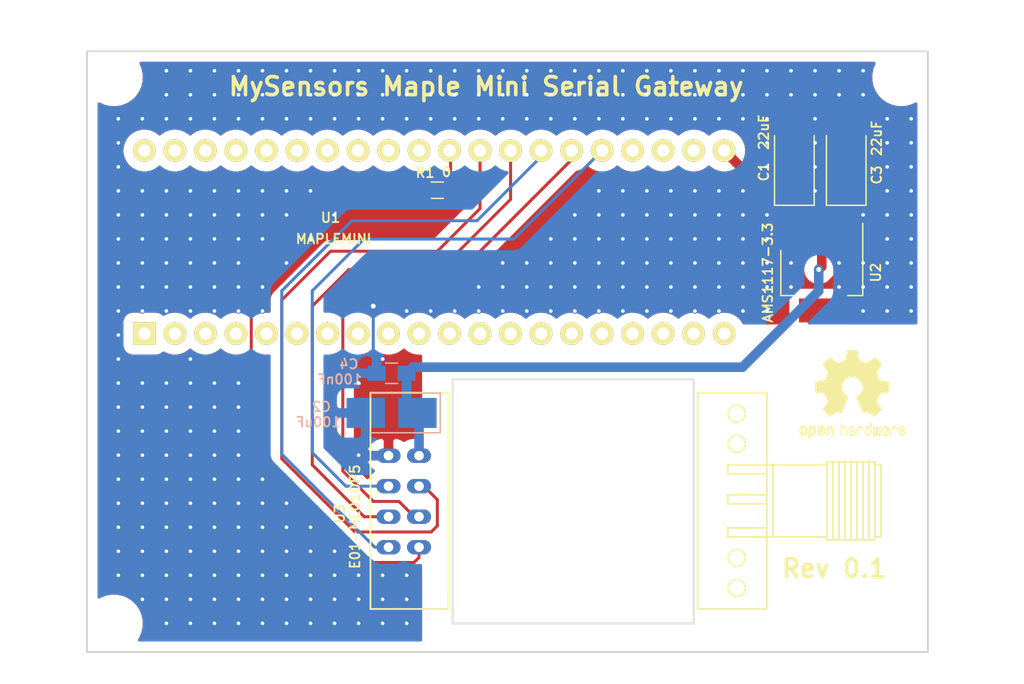
<source format=kicad_pcb>
(kicad_pcb (version 20170123) (host pcbnew no-vcs-found-10c5297~59~ubuntu16.04.1)
  (layers (0 F.Cu signal) (31 B.Cu signal) (34 B.Paste user) (35 F.Paste user) (36 B.SilkS user) (37 F.SilkS user) (38 B.Mask user) (39 F.Mask user) (44 Edge.Cuts user))
  (net 0 "")
  (net 1 GND)
  (net 2 /MAPLE_VIN)
  (net 3 +3V3)
  (net 4 "Net-(R1-Pad2)")
  (net 5 /NRF24_IRQ)
  (net 6 "Net-(U1-Pad1)")
  (net 7 "Net-(U1-Pad2)")
  (net 8 "Net-(U1-Pad3)")
  (net 9 "Net-(U1-Pad4)")
  (net 10 "Net-(U1-Pad5)")
  (net 11 "Net-(U1-Pad6)")
  (net 12 "Net-(U1-Pad7)")
  (net 13 "Net-(U1-Pad8)")
  (net 14 "Net-(U1-Pad9)")
  (net 15 "Net-(U1-Pad10)")
  (net 16 "Net-(U1-Pad11)")
  (net 17 "Net-(U1-Pad12)")
  (net 18 "Net-(U1-Pad13)")
  (net 19 "Net-(U1-Pad14)")
  (net 20 "Net-(U1-Pad15)")
  (net 21 "Net-(U1-Pad16)")
  (net 22 "Net-(U1-Pad17)")
  (net 23 "Net-(U1-Pad18)")
  (net 24 "Net-(U1-Pad19)")
  (net 25 "Net-(U1-Pad20)")
  (net 26 "Net-(U1-Pad22)")
  (net 27 "Net-(U1-Pad23)")
  (net 28 "Net-(U1-Pad24)")
  (net 29 /SPI_CE)
  (net 30 /SPI_MOSI)
  (net 31 /SPI_MISO)
  (net 32 /SPI_SCK)
  (net 33 /SPI_CSN)
  (net 34 "Net-(U1-Pad31)")
  (net 35 "Net-(U1-Pad32)")
  (net 36 "Net-(U1-Pad33)")
  (net 37 "Net-(U1-Pad34)")
  (net 38 "Net-(U1-Pad35)")
  (net 39 "Net-(U1-Pad36)")
  (net 40 "Net-(U1-Pad37)")
  (net 41 "Net-(U1-Pad38)")
  (net 42 "Net-(U1-Pad39)")
  (net 43 "Net-(U1-Pad40)")
  (module Symbols:OSHW-Logo2_9.8x8mm_SilkScreen (layer F.Cu) (at 203.708 68.58)
    (fp_text reference REF*** hide)
    (fp_text value OSHW-Logo2_9.8x8mm_SilkScreen hide)
  )
  (module VIA_MATRIX (layer F.Cu) (at 160.607857 53.6185)
    (fp_text reference V14_9 hide)
    (fp_text value AUTO_VIA hide)
    (pad 1 thru_hole circle (at 0 0) (size 0.45 0.45) (drill 0.3) (layers *.Cu) (net 1 GND) (clearance 0.2))
  )
  (module VIA_MATRIX (layer F.Cu) (at 158.607857 55.6185)
    (fp_text reference V13_10 hide)
    (fp_text value AUTO_VIA hide)
    (pad 1 thru_hole circle (at 0 0) (size 0.45 0.45) (drill 0.3) (layers *.Cu) (net 1 GND) (clearance 0.2))
  )
  (module myfootprints:E01-ML01DP5 (layer F.Cu) (at 184.845 77.42)
    (fp_text reference U3 (at -23.809 1.066 270) (layer F.SilkS) (effects (font (size 0.8 0.8))))
    (fp_text value E01-ML01DP5 (at -22.539 1.32 90) (layer F.SilkS) (effects (font (size 0.8 0.8))))
    (pad 7 thru_hole oval (at -19.745 3.86 90) (size 1.2 2) (drill 0.8) (layers *.Cu *.Mask) (net 31 /SPI_MISO))
    (pad 8 thru_hole oval (at -17.205 3.86 90) (size 1.2 2) (drill 0.8) (layers *.Cu *.Mask) (net 5 /NRF24_IRQ))
    (pad 5 thru_hole oval (at -19.745 1.32 90) (size 1.2 2) (drill 0.8) (layers *.Cu *.Mask) (net 32 /SPI_SCK))
    (pad 6 thru_hole oval (at -17.205 1.32 90) (size 1.2 2) (drill 0.8) (layers *.Cu *.Mask) (net 30 /SPI_MOSI))
    (pad 3 thru_hole oval (at -19.745 -1.22 90) (size 1.2 2) (drill 0.8) (layers *.Cu *.Mask) (net 29 /SPI_CE))
    (pad 4 thru_hole oval (at -17.205 -1.22 90) (size 1.2 2) (drill 0.8) (layers *.Cu *.Mask) (net 33 /SPI_CSN))
    (pad 1 thru_hole oval (at -19.745 -3.76 90) (size 1.2 2) (drill 0.8) (layers *.Cu *.Mask) (net 1 GND))
    (pad 2 thru_hole oval (at -17.205 -3.76 90) (size 1.2 2) (drill 0.8) (layers *.Cu *.Mask) (net 3 +3V3))
  )
  (module Mounting_Holes:MountingHole_3.2mm_M3 (layer F.Cu) (at 142.24 87.63)
    (fp_text reference REF** hide)
    (fp_text value MountingHole_3.2mm_M3)
    (pad 1 np_thru_hole circle (at 0 0) (size 3.2 3.2) (drill 3.2) (layers *.Cu *.Mask))
  )
  (module Mounting_Holes:MountingHole_3.2mm_M3 (layer F.Cu) (at 207.772 87.63)
    (fp_text reference REF** hide)
    (fp_text value MountingHole_3.2mm_M3)
    (pad 1 np_thru_hole circle (at 0 0) (size 3.2 3.2) (drill 3.2) (layers *.Cu *.Mask))
  )
  (module Mounting_Holes:MountingHole_3.2mm_M3 (layer F.Cu) (at 207.772 42.164)
    (fp_text reference REF** hide)
    (fp_text value MountingHole_3.2mm_M3)
    (pad 1 np_thru_hole circle (at 0 0) (size 3.2 3.2) (drill 3.2) (layers *.Cu *.Mask))
  )
  (module Mounting_Holes:MountingHole_3.2mm_M3 (layer F.Cu) (at 142.24 42.164)
    (fp_text reference REF** hide)
    (fp_text value MountingHole_3.2mm_M3)
    (pad 1 np_thru_hole circle (at 0 0) (size 3.2 3.2) (drill 3.2) (layers *.Cu *.Mask))
  )
  (module Capacitors_Tantalum_SMD:CP_Tantalum_Case-B_EIA-3528-21_Hand (layer F.Cu) (at 198.882 48.768 90)
    (fp_text reference C1 (at -1.27 -2.54 90) (layer F.SilkS) (effects (font (size 0.8 0.8))))
    (fp_text value 22uF (at 2.032 -2.54 90) (layer F.SilkS) (effects (font (size 0.8 0.8))))
    (pad 2 smd rect (at 2.15 0 90) (size 3.2 2.5) (layers F.Cu F.Paste F.Mask) (net 1 GND))
    (pad 1 smd rect (at -2.15 0 90) (size 3.2 2.5) (layers F.Cu F.Paste F.Mask) (net 2 /MAPLE_VIN))
  )
  (module Capacitors_Tantalum_SMD:CP_Tantalum_Case-B_EIA-3528-21_Hand (layer B.Cu) (at 165.354 70.104 180)
    (fp_text reference C2 (at 5.842 0.508 180) (layer B.SilkS) (effects (font (size 0.8 0.8)) (justify mirror)))
    (fp_text value 100uF (at 6.096 -0.762 180) (layer B.SilkS) (effects (font (size 0.8 0.8)) (justify mirror)))
    (pad 2 smd rect (at 2.15 0 180) (size 3.2 2.5) (layers B.Cu B.Paste B.Mask) (net 1 GND))
    (pad 1 smd rect (at -2.15 0 180) (size 3.2 2.5) (layers B.Cu B.Paste B.Mask) (net 3 +3V3))
  )
  (module Capacitors_Tantalum_SMD:CP_Tantalum_Case-B_EIA-3528-21_Hand (layer F.Cu) (at 203.2 48.768 90)
    (fp_text reference C3 (at -1.524 2.54 90) (layer F.SilkS) (effects (font (size 0.8 0.8))))
    (fp_text value 22uF (at 1.524 2.54 90) (layer F.SilkS) (effects (font (size 0.8 0.8))))
    (pad 1 smd rect (at -2.15 0 90) (size 3.2 2.5) (layers F.Cu F.Paste F.Mask) (net 3 +3V3))
    (pad 2 smd rect (at 2.15 0 90) (size 3.2 2.5) (layers F.Cu F.Paste F.Mask) (net 1 GND))
  )
  (module Capacitors_SMD:C_0805_HandSoldering (layer B.Cu) (at 165.354 66.802 180)
    (fp_text reference C4 (at 3.556 0.762 180) (layer B.SilkS) (effects (font (size 0.8 0.8)) (justify mirror)))
    (fp_text value 100nF (at 4.318 -0.508 180) (layer B.SilkS) (effects (font (size 0.8 0.8)) (justify mirror)))
    (pad 2 smd rect (at 1.25 0 180) (size 1.5 1.25) (layers B.Cu B.Paste B.Mask) (net 1 GND))
    (pad 1 smd rect (at -1.25 0 180) (size 1.5 1.25) (layers B.Cu B.Paste B.Mask) (net 3 +3V3))
  )
  (module Resistors_SMD:R_0603_HandSoldering (layer F.Cu) (at 169.164 51.562)
    (fp_text reference R1 (at -1.016 -1.45) (layer F.SilkS) (effects (font (size 0.8 0.8))))
    (fp_text value 0 (at 0.762 -1.524) (layer F.SilkS) (effects (font (size 0.8 0.8))))
    (pad 1 smd rect (at -1.1 0) (size 1.2 0.9) (layers F.Cu F.Paste F.Mask) (net 5 /NRF24_IRQ))
    (pad 2 smd rect (at 1.1 0) (size 1.2 0.9) (layers F.Cu F.Paste F.Mask) (net 4 "Net-(R1-Pad2)"))
  )
  (module myfootprints:MAPLE_MINI (layer F.Cu) (at 168.91 55.88)
    (fp_text reference U1 (at -8.636 -2.032) (layer F.SilkS) (effects (font (size 0.8 0.8))))
    (fp_text value MAPLEMINI (at -8.382 -0.254) (layer F.SilkS) (effects (font (size 0.8 0.8))))
    (pad 40 thru_hole circle (at -24.13 -7.62 270) (size 1.8796 1.8796) (drill 1.016) (layers *.Cu *.Mask F.SilkS) (net 43 "Net-(U1-Pad40)"))
    (pad 39 thru_hole circle (at -21.59 -7.62 270) (size 1.8796 1.8796) (drill 1.016) (layers *.Cu *.Mask F.SilkS) (net 42 "Net-(U1-Pad39)"))
    (pad 38 thru_hole circle (at -19.05 -7.62 270) (size 1.8796 1.8796) (drill 1.016) (layers *.Cu *.Mask F.SilkS) (net 41 "Net-(U1-Pad38)"))
    (pad 37 thru_hole circle (at -16.51 -7.62 270) (size 1.8796 1.8796) (drill 1.016) (layers *.Cu *.Mask F.SilkS) (net 40 "Net-(U1-Pad37)"))
    (pad 36 thru_hole circle (at -13.97 -7.62 270) (size 1.8796 1.8796) (drill 1.016) (layers *.Cu *.Mask F.SilkS) (net 39 "Net-(U1-Pad36)"))
    (pad 35 thru_hole circle (at -11.43 -7.62 270) (size 1.8796 1.8796) (drill 1.016) (layers *.Cu *.Mask F.SilkS) (net 38 "Net-(U1-Pad35)"))
    (pad 34 thru_hole circle (at -8.89 -7.62 270) (size 1.8796 1.8796) (drill 1.016) (layers *.Cu *.Mask F.SilkS) (net 37 "Net-(U1-Pad34)"))
    (pad 33 thru_hole circle (at -6.35 -7.62 270) (size 1.8796 1.8796) (drill 1.016) (layers *.Cu *.Mask F.SilkS) (net 36 "Net-(U1-Pad33)"))
    (pad 32 thru_hole circle (at -3.81 -7.62 270) (size 1.8796 1.8796) (drill 1.016) (layers *.Cu *.Mask F.SilkS) (net 35 "Net-(U1-Pad32)"))
    (pad 31 thru_hole circle (at -1.27 -7.62 270) (size 1.8796 1.8796) (drill 1.016) (layers *.Cu *.Mask F.SilkS) (net 34 "Net-(U1-Pad31)"))
    (pad 30 thru_hole circle (at 1.27 -7.62 270) (size 1.8796 1.8796) (drill 1.016) (layers *.Cu *.Mask F.SilkS) (net 4 "Net-(R1-Pad2)"))
    (pad 29 thru_hole circle (at 3.81 -7.62 270) (size 1.8796 1.8796) (drill 1.016) (layers *.Cu *.Mask F.SilkS) (net 33 /SPI_CSN))
    (pad 28 thru_hole circle (at 6.35 -7.62 270) (size 1.8796 1.8796) (drill 1.016) (layers *.Cu *.Mask F.SilkS) (net 32 /SPI_SCK))
    (pad 27 thru_hole circle (at 8.89 -7.62 270) (size 1.8796 1.8796) (drill 1.016) (layers *.Cu *.Mask F.SilkS) (net 31 /SPI_MISO))
    (pad 26 thru_hole circle (at 11.43 -7.62 270) (size 1.8796 1.8796) (drill 1.016) (layers *.Cu *.Mask F.SilkS) (net 30 /SPI_MOSI))
    (pad 25 thru_hole circle (at 13.97 -7.62 270) (size 1.8796 1.8796) (drill 1.016) (layers *.Cu *.Mask F.SilkS) (net 29 /SPI_CE))
    (pad 24 thru_hole circle (at 16.51 -7.62 270) (size 1.8796 1.8796) (drill 1.016) (layers *.Cu *.Mask F.SilkS) (net 28 "Net-(U1-Pad24)"))
    (pad 23 thru_hole circle (at 19.05 -7.62 270) (size 1.8796 1.8796) (drill 1.016) (layers *.Cu *.Mask F.SilkS) (net 27 "Net-(U1-Pad23)"))
    (pad 22 thru_hole circle (at 21.59 -7.62 270) (size 1.8796 1.8796) (drill 1.016) (layers *.Cu *.Mask F.SilkS) (net 26 "Net-(U1-Pad22)"))
    (pad 21 thru_hole circle (at 24.13 -7.62 270) (size 1.8796 1.8796) (drill 1.016) (layers *.Cu *.Mask F.SilkS) (net 2 /MAPLE_VIN))
    (pad 20 thru_hole circle (at 24.13 7.62 90) (size 1.8796 1.8796) (drill 1.016) (layers *.Cu *.Mask F.SilkS) (net 25 "Net-(U1-Pad20)"))
    (pad 19 thru_hole circle (at 21.59 7.62 90) (size 1.8796 1.8796) (drill 1.016) (layers *.Cu *.Mask F.SilkS) (net 24 "Net-(U1-Pad19)"))
    (pad 18 thru_hole circle (at 19.05 7.62 90) (size 1.8796 1.8796) (drill 1.016) (layers *.Cu *.Mask F.SilkS) (net 23 "Net-(U1-Pad18)"))
    (pad 17 thru_hole circle (at 16.51 7.62 90) (size 1.8796 1.8796) (drill 1.016) (layers *.Cu *.Mask F.SilkS) (net 22 "Net-(U1-Pad17)"))
    (pad 16 thru_hole circle (at 13.97 7.62 90) (size 1.8796 1.8796) (drill 1.016) (layers *.Cu *.Mask F.SilkS) (net 21 "Net-(U1-Pad16)"))
    (pad 15 thru_hole circle (at 11.43 7.62 90) (size 1.8796 1.8796) (drill 1.016) (layers *.Cu *.Mask F.SilkS) (net 20 "Net-(U1-Pad15)"))
    (pad 14 thru_hole circle (at 8.89 7.62 90) (size 1.8796 1.8796) (drill 1.016) (layers *.Cu *.Mask F.SilkS) (net 19 "Net-(U1-Pad14)"))
    (pad 13 thru_hole circle (at 6.35 7.62 90) (size 1.8796 1.8796) (drill 1.016) (layers *.Cu *.Mask F.SilkS) (net 18 "Net-(U1-Pad13)"))
    (pad 12 thru_hole circle (at 3.81 7.62 90) (size 1.8796 1.8796) (drill 1.016) (layers *.Cu *.Mask F.SilkS) (net 17 "Net-(U1-Pad12)"))
    (pad 11 thru_hole circle (at 1.27 7.62 90) (size 1.8796 1.8796) (drill 1.016) (layers *.Cu *.Mask F.SilkS) (net 16 "Net-(U1-Pad11)"))
    (pad 10 thru_hole circle (at -1.27 7.62 90) (size 1.8796 1.8796) (drill 1.016) (layers *.Cu *.Mask F.SilkS) (net 15 "Net-(U1-Pad10)"))
    (pad 9 thru_hole circle (at -3.81 7.62 90) (size 1.8796 1.8796) (drill 1.016) (layers *.Cu *.Mask F.SilkS) (net 14 "Net-(U1-Pad9)"))
    (pad 8 thru_hole circle (at -6.35 7.62 90) (size 1.8796 1.8796) (drill 1.016) (layers *.Cu *.Mask F.SilkS) (net 13 "Net-(U1-Pad8)"))
    (pad 7 thru_hole circle (at -8.89 7.62 90) (size 1.8796 1.8796) (drill 1.016) (layers *.Cu *.Mask F.SilkS) (net 12 "Net-(U1-Pad7)"))
    (pad 6 thru_hole circle (at -11.43 7.62 90) (size 1.8796 1.8796) (drill 1.016) (layers *.Cu *.Mask F.SilkS) (net 11 "Net-(U1-Pad6)"))
    (pad 5 thru_hole circle (at -13.97 7.62 90) (size 1.8796 1.8796) (drill 1.016) (layers *.Cu *.Mask F.SilkS) (net 10 "Net-(U1-Pad5)"))
    (pad 4 thru_hole circle (at -16.51 7.62 90) (size 1.8796 1.8796) (drill 1.016) (layers *.Cu *.Mask F.SilkS) (net 9 "Net-(U1-Pad4)"))
    (pad 3 thru_hole circle (at -19.05 7.62 90) (size 1.8796 1.8796) (drill 1.016) (layers *.Cu *.Mask F.SilkS) (net 8 "Net-(U1-Pad3)"))
    (pad 2 thru_hole circle (at -21.59 7.62 90) (size 1.8796 1.8796) (drill 1.016) (layers *.Cu *.Mask F.SilkS) (net 7 "Net-(U1-Pad2)"))
    (pad 1 thru_hole rect (at -24.13 7.62 90) (size 1.8796 1.8796) (drill 1.016) (layers *.Cu *.Mask F.SilkS) (net 6 "Net-(U1-Pad1)"))
  )
  (module TO_SOT_Packages_SMD:SOT-223 (layer F.Cu) (at 201.168 58.42 270)
    (fp_text reference U2 (at 0 -4.5 270) (layer F.SilkS) (effects (font (size 0.8 0.8))))
    (fp_text value AMS1117-3.3 (at 0 4.5 270) (layer F.SilkS) (effects (font (size 0.8 0.8))))
    (pad 1 smd rect (at -3.15 -2.3 270) (size 2 1.5) (layers F.Cu F.Paste F.Mask) (net 1 GND))
    (pad 3 smd rect (at -3.15 2.3 270) (size 2 1.5) (layers F.Cu F.Paste F.Mask) (net 2 /MAPLE_VIN))
    (pad 2 smd rect (at -3.15 0 270) (size 2 1.5) (layers F.Cu F.Paste F.Mask) (net 3 +3V3))
    (pad 4 smd rect (at 3.15 0 270) (size 2 3.8) (layers F.Cu F.Paste F.Mask))
  )
  (module VIA_MATRIX (layer F.Cu) (at 146.607857 41.6185)
    (fp_text reference V7_3 hide)
    (fp_text value AUTO_VIA hide)
    (pad 1 thru_hole circle (at 0 0) (size 0.45 0.45) (drill 0.3) (layers *.Cu) (net 1 GND) (clearance 0.2))
  )
  (module VIA_MATRIX (layer F.Cu) (at 148.607857 41.6185)
    (fp_text reference V8_3 hide)
    (fp_text value AUTO_VIA hide)
    (pad 1 thru_hole circle (at 0 0) (size 0.45 0.45) (drill 0.3) (layers *.Cu) (net 1 GND) (clearance 0.2))
  )
  (module VIA_MATRIX (layer F.Cu) (at 150.607857 41.6185)
    (fp_text reference V9_3 hide)
    (fp_text value AUTO_VIA hide)
    (pad 1 thru_hole circle (at 0 0) (size 0.45 0.45) (drill 0.3) (layers *.Cu) (net 1 GND) (clearance 0.2))
  )
  (module VIA_MATRIX (layer F.Cu) (at 152.607857 41.6185)
    (fp_text reference V10_3 hide)
    (fp_text value AUTO_VIA hide)
    (pad 1 thru_hole circle (at 0 0) (size 0.45 0.45) (drill 0.3) (layers *.Cu) (net 1 GND) (clearance 0.2))
  )
  (module VIA_MATRIX (layer F.Cu) (at 154.607857 41.6185)
    (fp_text reference V11_3 hide)
    (fp_text value AUTO_VIA hide)
    (pad 1 thru_hole circle (at 0 0) (size 0.45 0.45) (drill 0.3) (layers *.Cu) (net 1 GND) (clearance 0.2))
  )
  (module VIA_MATRIX (layer F.Cu) (at 156.607857 41.6185)
    (fp_text reference V12_3 hide)
    (fp_text value AUTO_VIA hide)
    (pad 1 thru_hole circle (at 0 0) (size 0.45 0.45) (drill 0.3) (layers *.Cu) (net 1 GND) (clearance 0.2))
  )
  (module VIA_MATRIX (layer F.Cu) (at 158.607857 41.6185)
    (fp_text reference V13_3 hide)
    (fp_text value AUTO_VIA hide)
    (pad 1 thru_hole circle (at 0 0) (size 0.45 0.45) (drill 0.3) (layers *.Cu) (net 1 GND) (clearance 0.2))
  )
  (module VIA_MATRIX (layer F.Cu) (at 160.607857 41.6185)
    (fp_text reference V14_3 hide)
    (fp_text value AUTO_VIA hide)
    (pad 1 thru_hole circle (at 0 0) (size 0.45 0.45) (drill 0.3) (layers *.Cu) (net 1 GND) (clearance 0.2))
  )
  (module VIA_MATRIX (layer F.Cu) (at 162.607857 41.6185)
    (fp_text reference V15_3 hide)
    (fp_text value AUTO_VIA hide)
    (pad 1 thru_hole circle (at 0 0) (size 0.45 0.45) (drill 0.3) (layers *.Cu) (net 1 GND) (clearance 0.2))
  )
  (module VIA_MATRIX (layer F.Cu) (at 164.607857 41.6185)
    (fp_text reference V16_3 hide)
    (fp_text value AUTO_VIA hide)
    (pad 1 thru_hole circle (at 0 0) (size 0.45 0.45) (drill 0.3) (layers *.Cu) (net 1 GND) (clearance 0.2))
  )
  (module VIA_MATRIX (layer F.Cu) (at 166.607857 41.6185)
    (fp_text reference V17_3 hide)
    (fp_text value AUTO_VIA hide)
    (pad 1 thru_hole circle (at 0 0) (size 0.45 0.45) (drill 0.3) (layers *.Cu) (net 1 GND) (clearance 0.2))
  )
  (module VIA_MATRIX (layer F.Cu) (at 168.607857 41.6185)
    (fp_text reference V18_3 hide)
    (fp_text value AUTO_VIA hide)
    (pad 1 thru_hole circle (at 0 0) (size 0.45 0.45) (drill 0.3) (layers *.Cu) (net 1 GND) (clearance 0.2))
  )
  (module VIA_MATRIX (layer F.Cu) (at 170.607857 41.6185)
    (fp_text reference V19_3 hide)
    (fp_text value AUTO_VIA hide)
    (pad 1 thru_hole circle (at 0 0) (size 0.45 0.45) (drill 0.3) (layers *.Cu) (net 1 GND) (clearance 0.2))
  )
  (module VIA_MATRIX (layer F.Cu) (at 172.607857 41.6185)
    (fp_text reference V20_3 hide)
    (fp_text value AUTO_VIA hide)
    (pad 1 thru_hole circle (at 0 0) (size 0.45 0.45) (drill 0.3) (layers *.Cu) (net 1 GND) (clearance 0.2))
  )
  (module VIA_MATRIX (layer F.Cu) (at 174.607857 41.6185)
    (fp_text reference V21_3 hide)
    (fp_text value AUTO_VIA hide)
    (pad 1 thru_hole circle (at 0 0) (size 0.45 0.45) (drill 0.3) (layers *.Cu) (net 1 GND) (clearance 0.2))
  )
  (module VIA_MATRIX (layer F.Cu) (at 176.607857 41.6185)
    (fp_text reference V22_3 hide)
    (fp_text value AUTO_VIA hide)
    (pad 1 thru_hole circle (at 0 0) (size 0.45 0.45) (drill 0.3) (layers *.Cu) (net 1 GND) (clearance 0.2))
  )
  (module VIA_MATRIX (layer F.Cu) (at 178.607857 41.6185)
    (fp_text reference V23_3 hide)
    (fp_text value AUTO_VIA hide)
    (pad 1 thru_hole circle (at 0 0) (size 0.45 0.45) (drill 0.3) (layers *.Cu) (net 1 GND) (clearance 0.2))
  )
  (module VIA_MATRIX (layer F.Cu) (at 180.607857 41.6185)
    (fp_text reference V24_3 hide)
    (fp_text value AUTO_VIA hide)
    (pad 1 thru_hole circle (at 0 0) (size 0.45 0.45) (drill 0.3) (layers *.Cu) (net 1 GND) (clearance 0.2))
  )
  (module VIA_MATRIX (layer F.Cu) (at 182.607857 41.6185)
    (fp_text reference V25_3 hide)
    (fp_text value AUTO_VIA hide)
    (pad 1 thru_hole circle (at 0 0) (size 0.45 0.45) (drill 0.3) (layers *.Cu) (net 1 GND) (clearance 0.2))
  )
  (module VIA_MATRIX (layer F.Cu) (at 184.607857 41.6185)
    (fp_text reference V26_3 hide)
    (fp_text value AUTO_VIA hide)
    (pad 1 thru_hole circle (at 0 0) (size 0.45 0.45) (drill 0.3) (layers *.Cu) (net 1 GND) (clearance 0.2))
  )
  (module VIA_MATRIX (layer F.Cu) (at 186.607857 41.6185)
    (fp_text reference V27_3 hide)
    (fp_text value AUTO_VIA hide)
    (pad 1 thru_hole circle (at 0 0) (size 0.45 0.45) (drill 0.3) (layers *.Cu) (net 1 GND) (clearance 0.2))
  )
  (module VIA_MATRIX (layer F.Cu) (at 188.607857 41.6185)
    (fp_text reference V28_3 hide)
    (fp_text value AUTO_VIA hide)
    (pad 1 thru_hole circle (at 0 0) (size 0.45 0.45) (drill 0.3) (layers *.Cu) (net 1 GND) (clearance 0.2))
  )
  (module VIA_MATRIX (layer F.Cu) (at 190.607857 41.6185)
    (fp_text reference V29_3 hide)
    (fp_text value AUTO_VIA hide)
    (pad 1 thru_hole circle (at 0 0) (size 0.45 0.45) (drill 0.3) (layers *.Cu) (net 1 GND) (clearance 0.2))
  )
  (module VIA_MATRIX (layer F.Cu) (at 192.607857 41.6185)
    (fp_text reference V30_3 hide)
    (fp_text value AUTO_VIA hide)
    (pad 1 thru_hole circle (at 0 0) (size 0.45 0.45) (drill 0.3) (layers *.Cu) (net 1 GND) (clearance 0.2))
  )
  (module VIA_MATRIX (layer F.Cu) (at 194.607857 41.6185)
    (fp_text reference V31_3 hide)
    (fp_text value AUTO_VIA hide)
    (pad 1 thru_hole circle (at 0 0) (size 0.45 0.45) (drill 0.3) (layers *.Cu) (net 1 GND) (clearance 0.2))
  )
  (module VIA_MATRIX (layer F.Cu) (at 196.607857 41.6185)
    (fp_text reference V32_3 hide)
    (fp_text value AUTO_VIA hide)
    (pad 1 thru_hole circle (at 0 0) (size 0.45 0.45) (drill 0.3) (layers *.Cu) (net 1 GND) (clearance 0.2))
  )
  (module VIA_MATRIX (layer F.Cu) (at 198.607857 41.6185)
    (fp_text reference V33_3 hide)
    (fp_text value AUTO_VIA hide)
    (pad 1 thru_hole circle (at 0 0) (size 0.45 0.45) (drill 0.3) (layers *.Cu) (net 1 GND) (clearance 0.2))
  )
  (module VIA_MATRIX (layer F.Cu) (at 200.607857 41.6185)
    (fp_text reference V34_3 hide)
    (fp_text value AUTO_VIA hide)
    (pad 1 thru_hole circle (at 0 0) (size 0.45 0.45) (drill 0.3) (layers *.Cu) (net 1 GND) (clearance 0.2))
  )
  (module VIA_MATRIX (layer F.Cu) (at 202.607857 41.6185)
    (fp_text reference V35_3 hide)
    (fp_text value AUTO_VIA hide)
    (pad 1 thru_hole circle (at 0 0) (size 0.45 0.45) (drill 0.3) (layers *.Cu) (net 1 GND) (clearance 0.2))
  )
  (module VIA_MATRIX (layer F.Cu) (at 204.607857 41.6185)
    (fp_text reference V36_3 hide)
    (fp_text value AUTO_VIA hide)
    (pad 1 thru_hole circle (at 0 0) (size 0.45 0.45) (drill 0.3) (layers *.Cu) (net 1 GND) (clearance 0.2))
  )
  (module VIA_MATRIX (layer F.Cu) (at 146.607857 43.6185)
    (fp_text reference V7_4 hide)
    (fp_text value AUTO_VIA hide)
    (pad 1 thru_hole circle (at 0 0) (size 0.45 0.45) (drill 0.3) (layers *.Cu) (net 1 GND) (clearance 0.2))
  )
  (module VIA_MATRIX (layer F.Cu) (at 148.607857 43.6185)
    (fp_text reference V8_4 hide)
    (fp_text value AUTO_VIA hide)
    (pad 1 thru_hole circle (at 0 0) (size 0.45 0.45) (drill 0.3) (layers *.Cu) (net 1 GND) (clearance 0.2))
  )
  (module VIA_MATRIX (layer F.Cu) (at 150.607857 43.6185)
    (fp_text reference V9_4 hide)
    (fp_text value AUTO_VIA hide)
    (pad 1 thru_hole circle (at 0 0) (size 0.45 0.45) (drill 0.3) (layers *.Cu) (net 1 GND) (clearance 0.2))
  )
  (module VIA_MATRIX (layer F.Cu) (at 152.607857 43.6185)
    (fp_text reference V10_4 hide)
    (fp_text value AUTO_VIA hide)
    (pad 1 thru_hole circle (at 0 0) (size 0.45 0.45) (drill 0.3) (layers *.Cu) (net 1 GND) (clearance 0.2))
  )
  (module VIA_MATRIX (layer F.Cu) (at 154.607857 43.6185)
    (fp_text reference V11_4 hide)
    (fp_text value AUTO_VIA hide)
    (pad 1 thru_hole circle (at 0 0) (size 0.45 0.45) (drill 0.3) (layers *.Cu) (net 1 GND) (clearance 0.2))
  )
  (module VIA_MATRIX (layer F.Cu) (at 156.607857 43.6185)
    (fp_text reference V12_4 hide)
    (fp_text value AUTO_VIA hide)
    (pad 1 thru_hole circle (at 0 0) (size 0.45 0.45) (drill 0.3) (layers *.Cu) (net 1 GND) (clearance 0.2))
  )
  (module VIA_MATRIX (layer F.Cu) (at 158.607857 43.6185)
    (fp_text reference V13_4 hide)
    (fp_text value AUTO_VIA hide)
    (pad 1 thru_hole circle (at 0 0) (size 0.45 0.45) (drill 0.3) (layers *.Cu) (net 1 GND) (clearance 0.2))
  )
  (module VIA_MATRIX (layer F.Cu) (at 160.607857 43.6185)
    (fp_text reference V14_4 hide)
    (fp_text value AUTO_VIA hide)
    (pad 1 thru_hole circle (at 0 0) (size 0.45 0.45) (drill 0.3) (layers *.Cu) (net 1 GND) (clearance 0.2))
  )
  (module VIA_MATRIX (layer F.Cu) (at 162.607857 43.6185)
    (fp_text reference V15_4 hide)
    (fp_text value AUTO_VIA hide)
    (pad 1 thru_hole circle (at 0 0) (size 0.45 0.45) (drill 0.3) (layers *.Cu) (net 1 GND) (clearance 0.2))
  )
  (module VIA_MATRIX (layer F.Cu) (at 164.607857 43.6185)
    (fp_text reference V16_4 hide)
    (fp_text value AUTO_VIA hide)
    (pad 1 thru_hole circle (at 0 0) (size 0.45 0.45) (drill 0.3) (layers *.Cu) (net 1 GND) (clearance 0.2))
  )
  (module VIA_MATRIX (layer F.Cu) (at 166.607857 43.6185)
    (fp_text reference V17_4 hide)
    (fp_text value AUTO_VIA hide)
    (pad 1 thru_hole circle (at 0 0) (size 0.45 0.45) (drill 0.3) (layers *.Cu) (net 1 GND) (clearance 0.2))
  )
  (module VIA_MATRIX (layer F.Cu) (at 168.607857 43.6185)
    (fp_text reference V18_4 hide)
    (fp_text value AUTO_VIA hide)
    (pad 1 thru_hole circle (at 0 0) (size 0.45 0.45) (drill 0.3) (layers *.Cu) (net 1 GND) (clearance 0.2))
  )
  (module VIA_MATRIX (layer F.Cu) (at 170.607857 43.6185)
    (fp_text reference V19_4 hide)
    (fp_text value AUTO_VIA hide)
    (pad 1 thru_hole circle (at 0 0) (size 0.45 0.45) (drill 0.3) (layers *.Cu) (net 1 GND) (clearance 0.2))
  )
  (module VIA_MATRIX (layer F.Cu) (at 172.607857 43.6185)
    (fp_text reference V20_4 hide)
    (fp_text value AUTO_VIA hide)
    (pad 1 thru_hole circle (at 0 0) (size 0.45 0.45) (drill 0.3) (layers *.Cu) (net 1 GND) (clearance 0.2))
  )
  (module VIA_MATRIX (layer F.Cu) (at 174.607857 43.6185)
    (fp_text reference V21_4 hide)
    (fp_text value AUTO_VIA hide)
    (pad 1 thru_hole circle (at 0 0) (size 0.45 0.45) (drill 0.3) (layers *.Cu) (net 1 GND) (clearance 0.2))
  )
  (module VIA_MATRIX (layer F.Cu) (at 176.607857 43.6185)
    (fp_text reference V22_4 hide)
    (fp_text value AUTO_VIA hide)
    (pad 1 thru_hole circle (at 0 0) (size 0.45 0.45) (drill 0.3) (layers *.Cu) (net 1 GND) (clearance 0.2))
  )
  (module VIA_MATRIX (layer F.Cu) (at 178.607857 43.6185)
    (fp_text reference V23_4 hide)
    (fp_text value AUTO_VIA hide)
    (pad 1 thru_hole circle (at 0 0) (size 0.45 0.45) (drill 0.3) (layers *.Cu) (net 1 GND) (clearance 0.2))
  )
  (module VIA_MATRIX (layer F.Cu) (at 180.607857 43.6185)
    (fp_text reference V24_4 hide)
    (fp_text value AUTO_VIA hide)
    (pad 1 thru_hole circle (at 0 0) (size 0.45 0.45) (drill 0.3) (layers *.Cu) (net 1 GND) (clearance 0.2))
  )
  (module VIA_MATRIX (layer F.Cu) (at 182.607857 43.6185)
    (fp_text reference V25_4 hide)
    (fp_text value AUTO_VIA hide)
    (pad 1 thru_hole circle (at 0 0) (size 0.45 0.45) (drill 0.3) (layers *.Cu) (net 1 GND) (clearance 0.2))
  )
  (module VIA_MATRIX (layer F.Cu) (at 184.607857 43.6185)
    (fp_text reference V26_4 hide)
    (fp_text value AUTO_VIA hide)
    (pad 1 thru_hole circle (at 0 0) (size 0.45 0.45) (drill 0.3) (layers *.Cu) (net 1 GND) (clearance 0.2))
  )
  (module VIA_MATRIX (layer F.Cu) (at 186.607857 43.6185)
    (fp_text reference V27_4 hide)
    (fp_text value AUTO_VIA hide)
    (pad 1 thru_hole circle (at 0 0) (size 0.45 0.45) (drill 0.3) (layers *.Cu) (net 1 GND) (clearance 0.2))
  )
  (module VIA_MATRIX (layer F.Cu) (at 188.607857 43.6185)
    (fp_text reference V28_4 hide)
    (fp_text value AUTO_VIA hide)
    (pad 1 thru_hole circle (at 0 0) (size 0.45 0.45) (drill 0.3) (layers *.Cu) (net 1 GND) (clearance 0.2))
  )
  (module VIA_MATRIX (layer F.Cu) (at 190.607857 43.6185)
    (fp_text reference V29_4 hide)
    (fp_text value AUTO_VIA hide)
    (pad 1 thru_hole circle (at 0 0) (size 0.45 0.45) (drill 0.3) (layers *.Cu) (net 1 GND) (clearance 0.2))
  )
  (module VIA_MATRIX (layer F.Cu) (at 192.607857 43.6185)
    (fp_text reference V30_4 hide)
    (fp_text value AUTO_VIA hide)
    (pad 1 thru_hole circle (at 0 0) (size 0.45 0.45) (drill 0.3) (layers *.Cu) (net 1 GND) (clearance 0.2))
  )
  (module VIA_MATRIX (layer F.Cu) (at 194.607857 43.6185)
    (fp_text reference V31_4 hide)
    (fp_text value AUTO_VIA hide)
    (pad 1 thru_hole circle (at 0 0) (size 0.45 0.45) (drill 0.3) (layers *.Cu) (net 1 GND) (clearance 0.2))
  )
  (module VIA_MATRIX (layer F.Cu) (at 196.607857 43.6185)
    (fp_text reference V32_4 hide)
    (fp_text value AUTO_VIA hide)
    (pad 1 thru_hole circle (at 0 0) (size 0.45 0.45) (drill 0.3) (layers *.Cu) (net 1 GND) (clearance 0.2))
  )
  (module VIA_MATRIX (layer F.Cu) (at 198.607857 43.6185)
    (fp_text reference V33_4 hide)
    (fp_text value AUTO_VIA hide)
    (pad 1 thru_hole circle (at 0 0) (size 0.45 0.45) (drill 0.3) (layers *.Cu) (net 1 GND) (clearance 0.2))
  )
  (module VIA_MATRIX (layer F.Cu) (at 200.607857 43.6185)
    (fp_text reference V34_4 hide)
    (fp_text value AUTO_VIA hide)
    (pad 1 thru_hole circle (at 0 0) (size 0.45 0.45) (drill 0.3) (layers *.Cu) (net 1 GND) (clearance 0.2))
  )
  (module VIA_MATRIX (layer F.Cu) (at 202.607857 43.6185)
    (fp_text reference V35_4 hide)
    (fp_text value AUTO_VIA hide)
    (pad 1 thru_hole circle (at 0 0) (size 0.45 0.45) (drill 0.3) (layers *.Cu) (net 1 GND) (clearance 0.2))
  )
  (module VIA_MATRIX (layer F.Cu) (at 204.607857 43.6185)
    (fp_text reference V36_4 hide)
    (fp_text value AUTO_VIA hide)
    (pad 1 thru_hole circle (at 0 0) (size 0.45 0.45) (drill 0.3) (layers *.Cu) (net 1 GND) (clearance 0.2))
  )
  (module VIA_MATRIX (layer F.Cu) (at 142.607857 45.6185)
    (fp_text reference V5_5 hide)
    (fp_text value AUTO_VIA hide)
    (pad 1 thru_hole circle (at 0 0) (size 0.45 0.45) (drill 0.3) (layers *.Cu) (net 1 GND) (clearance 0.2))
  )
  (module VIA_MATRIX (layer F.Cu) (at 144.607857 45.6185)
    (fp_text reference V6_5 hide)
    (fp_text value AUTO_VIA hide)
    (pad 1 thru_hole circle (at 0 0) (size 0.45 0.45) (drill 0.3) (layers *.Cu) (net 1 GND) (clearance 0.2))
  )
  (module VIA_MATRIX (layer F.Cu) (at 146.607857 45.6185)
    (fp_text reference V7_5 hide)
    (fp_text value AUTO_VIA hide)
    (pad 1 thru_hole circle (at 0 0) (size 0.45 0.45) (drill 0.3) (layers *.Cu) (net 1 GND) (clearance 0.2))
  )
  (module VIA_MATRIX (layer F.Cu) (at 148.607857 45.6185)
    (fp_text reference V8_5 hide)
    (fp_text value AUTO_VIA hide)
    (pad 1 thru_hole circle (at 0 0) (size 0.45 0.45) (drill 0.3) (layers *.Cu) (net 1 GND) (clearance 0.2))
  )
  (module VIA_MATRIX (layer F.Cu) (at 150.607857 45.6185)
    (fp_text reference V9_5 hide)
    (fp_text value AUTO_VIA hide)
    (pad 1 thru_hole circle (at 0 0) (size 0.45 0.45) (drill 0.3) (layers *.Cu) (net 1 GND) (clearance 0.2))
  )
  (module VIA_MATRIX (layer F.Cu) (at 152.607857 45.6185)
    (fp_text reference V10_5 hide)
    (fp_text value AUTO_VIA hide)
    (pad 1 thru_hole circle (at 0 0) (size 0.45 0.45) (drill 0.3) (layers *.Cu) (net 1 GND) (clearance 0.2))
  )
  (module VIA_MATRIX (layer F.Cu) (at 154.607857 45.6185)
    (fp_text reference V11_5 hide)
    (fp_text value AUTO_VIA hide)
    (pad 1 thru_hole circle (at 0 0) (size 0.45 0.45) (drill 0.3) (layers *.Cu) (net 1 GND) (clearance 0.2))
  )
  (module VIA_MATRIX (layer F.Cu) (at 156.607857 45.6185)
    (fp_text reference V12_5 hide)
    (fp_text value AUTO_VIA hide)
    (pad 1 thru_hole circle (at 0 0) (size 0.45 0.45) (drill 0.3) (layers *.Cu) (net 1 GND) (clearance 0.2))
  )
  (module VIA_MATRIX (layer F.Cu) (at 158.607857 45.6185)
    (fp_text reference V13_5 hide)
    (fp_text value AUTO_VIA hide)
    (pad 1 thru_hole circle (at 0 0) (size 0.45 0.45) (drill 0.3) (layers *.Cu) (net 1 GND) (clearance 0.2))
  )
  (module VIA_MATRIX (layer F.Cu) (at 160.607857 45.6185)
    (fp_text reference V14_5 hide)
    (fp_text value AUTO_VIA hide)
    (pad 1 thru_hole circle (at 0 0) (size 0.45 0.45) (drill 0.3) (layers *.Cu) (net 1 GND) (clearance 0.2))
  )
  (module VIA_MATRIX (layer F.Cu) (at 162.607857 45.6185)
    (fp_text reference V15_5 hide)
    (fp_text value AUTO_VIA hide)
    (pad 1 thru_hole circle (at 0 0) (size 0.45 0.45) (drill 0.3) (layers *.Cu) (net 1 GND) (clearance 0.2))
  )
  (module VIA_MATRIX (layer F.Cu) (at 164.607857 45.6185)
    (fp_text reference V16_5 hide)
    (fp_text value AUTO_VIA hide)
    (pad 1 thru_hole circle (at 0 0) (size 0.45 0.45) (drill 0.3) (layers *.Cu) (net 1 GND) (clearance 0.2))
  )
  (module VIA_MATRIX (layer F.Cu) (at 166.607857 45.6185)
    (fp_text reference V17_5 hide)
    (fp_text value AUTO_VIA hide)
    (pad 1 thru_hole circle (at 0 0) (size 0.45 0.45) (drill 0.3) (layers *.Cu) (net 1 GND) (clearance 0.2))
  )
  (module VIA_MATRIX (layer F.Cu) (at 168.607857 45.6185)
    (fp_text reference V18_5 hide)
    (fp_text value AUTO_VIA hide)
    (pad 1 thru_hole circle (at 0 0) (size 0.45 0.45) (drill 0.3) (layers *.Cu) (net 1 GND) (clearance 0.2))
  )
  (module VIA_MATRIX (layer F.Cu) (at 170.607857 45.6185)
    (fp_text reference V19_5 hide)
    (fp_text value AUTO_VIA hide)
    (pad 1 thru_hole circle (at 0 0) (size 0.45 0.45) (drill 0.3) (layers *.Cu) (net 1 GND) (clearance 0.2))
  )
  (module VIA_MATRIX (layer F.Cu) (at 172.607857 45.6185)
    (fp_text reference V20_5 hide)
    (fp_text value AUTO_VIA hide)
    (pad 1 thru_hole circle (at 0 0) (size 0.45 0.45) (drill 0.3) (layers *.Cu) (net 1 GND) (clearance 0.2))
  )
  (module VIA_MATRIX (layer F.Cu) (at 174.607857 45.6185)
    (fp_text reference V21_5 hide)
    (fp_text value AUTO_VIA hide)
    (pad 1 thru_hole circle (at 0 0) (size 0.45 0.45) (drill 0.3) (layers *.Cu) (net 1 GND) (clearance 0.2))
  )
  (module VIA_MATRIX (layer F.Cu) (at 176.607857 45.6185)
    (fp_text reference V22_5 hide)
    (fp_text value AUTO_VIA hide)
    (pad 1 thru_hole circle (at 0 0) (size 0.45 0.45) (drill 0.3) (layers *.Cu) (net 1 GND) (clearance 0.2))
  )
  (module VIA_MATRIX (layer F.Cu) (at 178.607857 45.6185)
    (fp_text reference V23_5 hide)
    (fp_text value AUTO_VIA hide)
    (pad 1 thru_hole circle (at 0 0) (size 0.45 0.45) (drill 0.3) (layers *.Cu) (net 1 GND) (clearance 0.2))
  )
  (module VIA_MATRIX (layer F.Cu) (at 180.607857 45.6185)
    (fp_text reference V24_5 hide)
    (fp_text value AUTO_VIA hide)
    (pad 1 thru_hole circle (at 0 0) (size 0.45 0.45) (drill 0.3) (layers *.Cu) (net 1 GND) (clearance 0.2))
  )
  (module VIA_MATRIX (layer F.Cu) (at 182.607857 45.6185)
    (fp_text reference V25_5 hide)
    (fp_text value AUTO_VIA hide)
    (pad 1 thru_hole circle (at 0 0) (size 0.45 0.45) (drill 0.3) (layers *.Cu) (net 1 GND) (clearance 0.2))
  )
  (module VIA_MATRIX (layer F.Cu) (at 184.607857 45.6185)
    (fp_text reference V26_5 hide)
    (fp_text value AUTO_VIA hide)
    (pad 1 thru_hole circle (at 0 0) (size 0.45 0.45) (drill 0.3) (layers *.Cu) (net 1 GND) (clearance 0.2))
  )
  (module VIA_MATRIX (layer F.Cu) (at 186.607857 45.6185)
    (fp_text reference V27_5 hide)
    (fp_text value AUTO_VIA hide)
    (pad 1 thru_hole circle (at 0 0) (size 0.45 0.45) (drill 0.3) (layers *.Cu) (net 1 GND) (clearance 0.2))
  )
  (module VIA_MATRIX (layer F.Cu) (at 188.607857 45.6185)
    (fp_text reference V28_5 hide)
    (fp_text value AUTO_VIA hide)
    (pad 1 thru_hole circle (at 0 0) (size 0.45 0.45) (drill 0.3) (layers *.Cu) (net 1 GND) (clearance 0.2))
  )
  (module VIA_MATRIX (layer F.Cu) (at 190.607857 45.6185)
    (fp_text reference V29_5 hide)
    (fp_text value AUTO_VIA hide)
    (pad 1 thru_hole circle (at 0 0) (size 0.45 0.45) (drill 0.3) (layers *.Cu) (net 1 GND) (clearance 0.2))
  )
  (module VIA_MATRIX (layer F.Cu) (at 192.607857 45.6185)
    (fp_text reference V30_5 hide)
    (fp_text value AUTO_VIA hide)
    (pad 1 thru_hole circle (at 0 0) (size 0.45 0.45) (drill 0.3) (layers *.Cu) (net 1 GND) (clearance 0.2))
  )
  (module VIA_MATRIX (layer F.Cu) (at 194.607857 45.6185)
    (fp_text reference V31_5 hide)
    (fp_text value AUTO_VIA hide)
    (pad 1 thru_hole circle (at 0 0) (size 0.45 0.45) (drill 0.3) (layers *.Cu) (net 1 GND) (clearance 0.2))
  )
  (module VIA_MATRIX (layer F.Cu) (at 196.607857 45.6185)
    (fp_text reference V32_5 hide)
    (fp_text value AUTO_VIA hide)
    (pad 1 thru_hole circle (at 0 0) (size 0.45 0.45) (drill 0.3) (layers *.Cu) (net 1 GND) (clearance 0.2))
  )
  (module VIA_MATRIX (layer F.Cu) (at 200.607857 45.6185)
    (fp_text reference V34_5 hide)
    (fp_text value AUTO_VIA hide)
    (pad 1 thru_hole circle (at 0 0) (size 0.45 0.45) (drill 0.3) (layers *.Cu) (net 1 GND) (clearance 0.2))
  )
  (module VIA_MATRIX (layer F.Cu) (at 206.607857 45.6185)
    (fp_text reference V37_5 hide)
    (fp_text value AUTO_VIA hide)
    (pad 1 thru_hole circle (at 0 0) (size 0.45 0.45) (drill 0.3) (layers *.Cu) (net 1 GND) (clearance 0.2))
  )
  (module VIA_MATRIX (layer F.Cu) (at 208.607857 45.6185)
    (fp_text reference V38_5 hide)
    (fp_text value AUTO_VIA hide)
    (pad 1 thru_hole circle (at 0 0) (size 0.45 0.45) (drill 0.3) (layers *.Cu) (net 1 GND) (clearance 0.2))
  )
  (module VIA_MATRIX (layer F.Cu) (at 142.607857 47.6185)
    (fp_text reference V5_6 hide)
    (fp_text value AUTO_VIA hide)
    (pad 1 thru_hole circle (at 0 0) (size 0.45 0.45) (drill 0.3) (layers *.Cu) (net 1 GND) (clearance 0.2))
  )
  (module VIA_MATRIX (layer F.Cu) (at 196.607857 47.6185)
    (fp_text reference V32_6 hide)
    (fp_text value AUTO_VIA hide)
    (pad 1 thru_hole circle (at 0 0) (size 0.45 0.45) (drill 0.3) (layers *.Cu) (net 1 GND) (clearance 0.2))
  )
  (module VIA_MATRIX (layer F.Cu) (at 200.607857 47.6185)
    (fp_text reference V34_6 hide)
    (fp_text value AUTO_VIA hide)
    (pad 1 thru_hole circle (at 0 0) (size 0.45 0.45) (drill 0.3) (layers *.Cu) (net 1 GND) (clearance 0.2))
  )
  (module VIA_MATRIX (layer F.Cu) (at 206.607857 47.6185)
    (fp_text reference V37_6 hide)
    (fp_text value AUTO_VIA hide)
    (pad 1 thru_hole circle (at 0 0) (size 0.45 0.45) (drill 0.3) (layers *.Cu) (net 1 GND) (clearance 0.2))
  )
  (module VIA_MATRIX (layer F.Cu) (at 208.607857 47.6185)
    (fp_text reference V38_6 hide)
    (fp_text value AUTO_VIA hide)
    (pad 1 thru_hole circle (at 0 0) (size 0.45 0.45) (drill 0.3) (layers *.Cu) (net 1 GND) (clearance 0.2))
  )
  (module VIA_MATRIX (layer F.Cu) (at 142.607857 49.6185)
    (fp_text reference V5_7 hide)
    (fp_text value AUTO_VIA hide)
    (pad 1 thru_hole circle (at 0 0) (size 0.45 0.45) (drill 0.3) (layers *.Cu) (net 1 GND) (clearance 0.2))
  )
  (module VIA_MATRIX (layer F.Cu) (at 196.607857 49.6185)
    (fp_text reference V32_7 hide)
    (fp_text value AUTO_VIA hide)
    (pad 1 thru_hole circle (at 0 0) (size 0.45 0.45) (drill 0.3) (layers *.Cu) (net 1 GND) (clearance 0.2))
  )
  (module VIA_MATRIX (layer F.Cu) (at 200.607857 49.6185)
    (fp_text reference V34_7 hide)
    (fp_text value AUTO_VIA hide)
    (pad 1 thru_hole circle (at 0 0) (size 0.45 0.45) (drill 0.3) (layers *.Cu) (net 1 GND) (clearance 0.2))
  )
  (module VIA_MATRIX (layer F.Cu) (at 206.607857 49.6185)
    (fp_text reference V37_7 hide)
    (fp_text value AUTO_VIA hide)
    (pad 1 thru_hole circle (at 0 0) (size 0.45 0.45) (drill 0.3) (layers *.Cu) (net 1 GND) (clearance 0.2))
  )
  (module VIA_MATRIX (layer F.Cu) (at 208.607857 49.6185)
    (fp_text reference V38_7 hide)
    (fp_text value AUTO_VIA hide)
    (pad 1 thru_hole circle (at 0 0) (size 0.45 0.45) (drill 0.3) (layers *.Cu) (net 1 GND) (clearance 0.2))
  )
  (module VIA_MATRIX (layer F.Cu) (at 142.607857 51.6185)
    (fp_text reference V5_8 hide)
    (fp_text value AUTO_VIA hide)
    (pad 1 thru_hole circle (at 0 0) (size 0.45 0.45) (drill 0.3) (layers *.Cu) (net 1 GND) (clearance 0.2))
  )
  (module VIA_MATRIX (layer F.Cu) (at 144.607857 51.6185)
    (fp_text reference V6_8 hide)
    (fp_text value AUTO_VIA hide)
    (pad 1 thru_hole circle (at 0 0) (size 0.45 0.45) (drill 0.3) (layers *.Cu) (net 1 GND) (clearance 0.2))
  )
  (module VIA_MATRIX (layer F.Cu) (at 146.607857 51.6185)
    (fp_text reference V7_8 hide)
    (fp_text value AUTO_VIA hide)
    (pad 1 thru_hole circle (at 0 0) (size 0.45 0.45) (drill 0.3) (layers *.Cu) (net 1 GND) (clearance 0.2))
  )
  (module VIA_MATRIX (layer F.Cu) (at 148.607857 51.6185)
    (fp_text reference V8_8 hide)
    (fp_text value AUTO_VIA hide)
    (pad 1 thru_hole circle (at 0 0) (size 0.45 0.45) (drill 0.3) (layers *.Cu) (net 1 GND) (clearance 0.2))
  )
  (module VIA_MATRIX (layer F.Cu) (at 150.607857 51.6185)
    (fp_text reference V9_8 hide)
    (fp_text value AUTO_VIA hide)
    (pad 1 thru_hole circle (at 0 0) (size 0.45 0.45) (drill 0.3) (layers *.Cu) (net 1 GND) (clearance 0.2))
  )
  (module VIA_MATRIX (layer F.Cu) (at 152.607857 51.6185)
    (fp_text reference V10_8 hide)
    (fp_text value AUTO_VIA hide)
    (pad 1 thru_hole circle (at 0 0) (size 0.45 0.45) (drill 0.3) (layers *.Cu) (net 1 GND) (clearance 0.2))
  )
  (module VIA_MATRIX (layer F.Cu) (at 154.607857 51.6185)
    (fp_text reference V11_8 hide)
    (fp_text value AUTO_VIA hide)
    (pad 1 thru_hole circle (at 0 0) (size 0.45 0.45) (drill 0.3) (layers *.Cu) (net 1 GND) (clearance 0.2))
  )
  (module VIA_MATRIX (layer F.Cu) (at 156.607857 51.6185)
    (fp_text reference V12_8 hide)
    (fp_text value AUTO_VIA hide)
    (pad 1 thru_hole circle (at 0 0) (size 0.45 0.45) (drill 0.3) (layers *.Cu) (net 1 GND) (clearance 0.2))
  )
  (module VIA_MATRIX (layer F.Cu) (at 158.607857 51.6185)
    (fp_text reference V13_8 hide)
    (fp_text value AUTO_VIA hide)
    (pad 1 thru_hole circle (at 0 0) (size 0.45 0.45) (drill 0.3) (layers *.Cu) (net 1 GND) (clearance 0.2))
  )
  (module VIA_MATRIX (layer F.Cu) (at 182.607857 51.6185)
    (fp_text reference V25_8 hide)
    (fp_text value AUTO_VIA hide)
    (pad 1 thru_hole circle (at 0 0) (size 0.45 0.45) (drill 0.3) (layers *.Cu) (net 1 GND) (clearance 0.2))
  )
  (module VIA_MATRIX (layer F.Cu) (at 184.607857 51.6185)
    (fp_text reference V26_8 hide)
    (fp_text value AUTO_VIA hide)
    (pad 1 thru_hole circle (at 0 0) (size 0.45 0.45) (drill 0.3) (layers *.Cu) (net 1 GND) (clearance 0.2))
  )
  (module VIA_MATRIX (layer F.Cu) (at 186.607857 51.6185)
    (fp_text reference V27_8 hide)
    (fp_text value AUTO_VIA hide)
    (pad 1 thru_hole circle (at 0 0) (size 0.45 0.45) (drill 0.3) (layers *.Cu) (net 1 GND) (clearance 0.2))
  )
  (module VIA_MATRIX (layer F.Cu) (at 188.607857 51.6185)
    (fp_text reference V28_8 hide)
    (fp_text value AUTO_VIA hide)
    (pad 1 thru_hole circle (at 0 0) (size 0.45 0.45) (drill 0.3) (layers *.Cu) (net 1 GND) (clearance 0.2))
  )
  (module VIA_MATRIX (layer F.Cu) (at 190.607857 51.6185)
    (fp_text reference V29_8 hide)
    (fp_text value AUTO_VIA hide)
    (pad 1 thru_hole circle (at 0 0) (size 0.45 0.45) (drill 0.3) (layers *.Cu) (net 1 GND) (clearance 0.2))
  )
  (module VIA_MATRIX (layer F.Cu) (at 192.607857 51.6185)
    (fp_text reference V30_8 hide)
    (fp_text value AUTO_VIA hide)
    (pad 1 thru_hole circle (at 0 0) (size 0.45 0.45) (drill 0.3) (layers *.Cu) (net 1 GND) (clearance 0.2))
  )
  (module VIA_MATRIX (layer F.Cu) (at 194.607857 51.6185)
    (fp_text reference V31_8 hide)
    (fp_text value AUTO_VIA hide)
    (pad 1 thru_hole circle (at 0 0) (size 0.45 0.45) (drill 0.3) (layers *.Cu) (net 1 GND) (clearance 0.2))
  )
  (module VIA_MATRIX (layer F.Cu) (at 200.607857 51.6185)
    (fp_text reference V34_8 hide)
    (fp_text value AUTO_VIA hide)
    (pad 1 thru_hole circle (at 0 0) (size 0.45 0.45) (drill 0.3) (layers *.Cu) (net 1 GND) (clearance 0.2))
  )
  (module VIA_MATRIX (layer F.Cu) (at 206.607857 51.6185)
    (fp_text reference V37_8 hide)
    (fp_text value AUTO_VIA hide)
    (pad 1 thru_hole circle (at 0 0) (size 0.45 0.45) (drill 0.3) (layers *.Cu) (net 1 GND) (clearance 0.2))
  )
  (module VIA_MATRIX (layer F.Cu) (at 208.607857 51.6185)
    (fp_text reference V38_8 hide)
    (fp_text value AUTO_VIA hide)
    (pad 1 thru_hole circle (at 0 0) (size 0.45 0.45) (drill 0.3) (layers *.Cu) (net 1 GND) (clearance 0.2))
  )
  (module VIA_MATRIX (layer F.Cu) (at 142.607857 53.6185)
    (fp_text reference V5_9 hide)
    (fp_text value AUTO_VIA hide)
    (pad 1 thru_hole circle (at 0 0) (size 0.45 0.45) (drill 0.3) (layers *.Cu) (net 1 GND) (clearance 0.2))
  )
  (module VIA_MATRIX (layer F.Cu) (at 144.607857 53.6185)
    (fp_text reference V6_9 hide)
    (fp_text value AUTO_VIA hide)
    (pad 1 thru_hole circle (at 0 0) (size 0.45 0.45) (drill 0.3) (layers *.Cu) (net 1 GND) (clearance 0.2))
  )
  (module VIA_MATRIX (layer F.Cu) (at 146.607857 53.6185)
    (fp_text reference V7_9 hide)
    (fp_text value AUTO_VIA hide)
    (pad 1 thru_hole circle (at 0 0) (size 0.45 0.45) (drill 0.3) (layers *.Cu) (net 1 GND) (clearance 0.2))
  )
  (module VIA_MATRIX (layer F.Cu) (at 148.607857 53.6185)
    (fp_text reference V8_9 hide)
    (fp_text value AUTO_VIA hide)
    (pad 1 thru_hole circle (at 0 0) (size 0.45 0.45) (drill 0.3) (layers *.Cu) (net 1 GND) (clearance 0.2))
  )
  (module VIA_MATRIX (layer F.Cu) (at 150.607857 53.6185)
    (fp_text reference V9_9 hide)
    (fp_text value AUTO_VIA hide)
    (pad 1 thru_hole circle (at 0 0) (size 0.45 0.45) (drill 0.3) (layers *.Cu) (net 1 GND) (clearance 0.2))
  )
  (module VIA_MATRIX (layer F.Cu) (at 152.607857 53.6185)
    (fp_text reference V10_9 hide)
    (fp_text value AUTO_VIA hide)
    (pad 1 thru_hole circle (at 0 0) (size 0.45 0.45) (drill 0.3) (layers *.Cu) (net 1 GND) (clearance 0.2))
  )
  (module VIA_MATRIX (layer F.Cu) (at 154.607857 53.6185)
    (fp_text reference V11_9 hide)
    (fp_text value AUTO_VIA hide)
    (pad 1 thru_hole circle (at 0 0) (size 0.45 0.45) (drill 0.3) (layers *.Cu) (net 1 GND) (clearance 0.2))
  )
  (module VIA_MATRIX (layer F.Cu) (at 156.607857 53.6185)
    (fp_text reference V12_9 hide)
    (fp_text value AUTO_VIA hide)
    (pad 1 thru_hole circle (at 0 0) (size 0.45 0.45) (drill 0.3) (layers *.Cu) (net 1 GND) (clearance 0.2))
  )
  (module VIA_MATRIX (layer F.Cu) (at 180.607857 53.6185)
    (fp_text reference V24_9 hide)
    (fp_text value AUTO_VIA hide)
    (pad 1 thru_hole circle (at 0 0) (size 0.45 0.45) (drill 0.3) (layers *.Cu) (net 1 GND) (clearance 0.2))
  )
  (module VIA_MATRIX (layer F.Cu) (at 182.607857 53.6185)
    (fp_text reference V25_9 hide)
    (fp_text value AUTO_VIA hide)
    (pad 1 thru_hole circle (at 0 0) (size 0.45 0.45) (drill 0.3) (layers *.Cu) (net 1 GND) (clearance 0.2))
  )
  (module VIA_MATRIX (layer F.Cu) (at 184.607857 53.6185)
    (fp_text reference V26_9 hide)
    (fp_text value AUTO_VIA hide)
    (pad 1 thru_hole circle (at 0 0) (size 0.45 0.45) (drill 0.3) (layers *.Cu) (net 1 GND) (clearance 0.2))
  )
  (module VIA_MATRIX (layer F.Cu) (at 186.607857 53.6185)
    (fp_text reference V27_9 hide)
    (fp_text value AUTO_VIA hide)
    (pad 1 thru_hole circle (at 0 0) (size 0.45 0.45) (drill 0.3) (layers *.Cu) (net 1 GND) (clearance 0.2))
  )
  (module VIA_MATRIX (layer F.Cu) (at 188.607857 53.6185)
    (fp_text reference V28_9 hide)
    (fp_text value AUTO_VIA hide)
    (pad 1 thru_hole circle (at 0 0) (size 0.45 0.45) (drill 0.3) (layers *.Cu) (net 1 GND) (clearance 0.2))
  )
  (module VIA_MATRIX (layer F.Cu) (at 190.607857 53.6185)
    (fp_text reference V29_9 hide)
    (fp_text value AUTO_VIA hide)
    (pad 1 thru_hole circle (at 0 0) (size 0.45 0.45) (drill 0.3) (layers *.Cu) (net 1 GND) (clearance 0.2))
  )
  (module VIA_MATRIX (layer F.Cu) (at 192.607857 53.6185)
    (fp_text reference V30_9 hide)
    (fp_text value AUTO_VIA hide)
    (pad 1 thru_hole circle (at 0 0) (size 0.45 0.45) (drill 0.3) (layers *.Cu) (net 1 GND) (clearance 0.2))
  )
  (module VIA_MATRIX (layer F.Cu) (at 194.607857 53.6185)
    (fp_text reference V31_9 hide)
    (fp_text value AUTO_VIA hide)
    (pad 1 thru_hole circle (at 0 0) (size 0.45 0.45) (drill 0.3) (layers *.Cu) (net 1 GND) (clearance 0.2))
  )
  (module VIA_MATRIX (layer F.Cu) (at 196.607857 53.6185)
    (fp_text reference V32_9 hide)
    (fp_text value AUTO_VIA hide)
    (pad 1 thru_hole circle (at 0 0) (size 0.45 0.45) (drill 0.3) (layers *.Cu) (net 1 GND) (clearance 0.2))
  )
  (module VIA_MATRIX (layer F.Cu) (at 204.607857 53.6185)
    (fp_text reference V36_9 hide)
    (fp_text value AUTO_VIA hide)
    (pad 1 thru_hole circle (at 0 0) (size 0.45 0.45) (drill 0.3) (layers *.Cu) (net 1 GND) (clearance 0.2))
  )
  (module VIA_MATRIX (layer F.Cu) (at 206.607857 53.6185)
    (fp_text reference V37_9 hide)
    (fp_text value AUTO_VIA hide)
    (pad 1 thru_hole circle (at 0 0) (size 0.45 0.45) (drill 0.3) (layers *.Cu) (net 1 GND) (clearance 0.2))
  )
  (module VIA_MATRIX (layer F.Cu) (at 208.607857 53.6185)
    (fp_text reference V38_9 hide)
    (fp_text value AUTO_VIA hide)
    (pad 1 thru_hole circle (at 0 0) (size 0.45 0.45) (drill 0.3) (layers *.Cu) (net 1 GND) (clearance 0.2))
  )
  (module VIA_MATRIX (layer F.Cu) (at 142.607857 55.6185)
    (fp_text reference V5_10 hide)
    (fp_text value AUTO_VIA hide)
    (pad 1 thru_hole circle (at 0 0) (size 0.45 0.45) (drill 0.3) (layers *.Cu) (net 1 GND) (clearance 0.2))
  )
  (module VIA_MATRIX (layer F.Cu) (at 144.607857 55.6185)
    (fp_text reference V6_10 hide)
    (fp_text value AUTO_VIA hide)
    (pad 1 thru_hole circle (at 0 0) (size 0.45 0.45) (drill 0.3) (layers *.Cu) (net 1 GND) (clearance 0.2))
  )
  (module VIA_MATRIX (layer F.Cu) (at 146.607857 55.6185)
    (fp_text reference V7_10 hide)
    (fp_text value AUTO_VIA hide)
    (pad 1 thru_hole circle (at 0 0) (size 0.45 0.45) (drill 0.3) (layers *.Cu) (net 1 GND) (clearance 0.2))
  )
  (module VIA_MATRIX (layer F.Cu) (at 148.607857 55.6185)
    (fp_text reference V8_10 hide)
    (fp_text value AUTO_VIA hide)
    (pad 1 thru_hole circle (at 0 0) (size 0.45 0.45) (drill 0.3) (layers *.Cu) (net 1 GND) (clearance 0.2))
  )
  (module VIA_MATRIX (layer F.Cu) (at 150.607857 55.6185)
    (fp_text reference V9_10 hide)
    (fp_text value AUTO_VIA hide)
    (pad 1 thru_hole circle (at 0 0) (size 0.45 0.45) (drill 0.3) (layers *.Cu) (net 1 GND) (clearance 0.2))
  )
  (module VIA_MATRIX (layer F.Cu) (at 152.607857 55.6185)
    (fp_text reference V10_10 hide)
    (fp_text value AUTO_VIA hide)
    (pad 1 thru_hole circle (at 0 0) (size 0.45 0.45) (drill 0.3) (layers *.Cu) (net 1 GND) (clearance 0.2))
  )
  (module VIA_MATRIX (layer F.Cu) (at 154.607857 55.6185)
    (fp_text reference V11_10 hide)
    (fp_text value AUTO_VIA hide)
    (pad 1 thru_hole circle (at 0 0) (size 0.45 0.45) (drill 0.3) (layers *.Cu) (net 1 GND) (clearance 0.2))
  )
  (module VIA_MATRIX (layer F.Cu) (at 178.607857 55.6185)
    (fp_text reference V23_10 hide)
    (fp_text value AUTO_VIA hide)
    (pad 1 thru_hole circle (at 0 0) (size 0.45 0.45) (drill 0.3) (layers *.Cu) (net 1 GND) (clearance 0.2))
  )
  (module VIA_MATRIX (layer F.Cu) (at 180.607857 55.6185)
    (fp_text reference V24_10 hide)
    (fp_text value AUTO_VIA hide)
    (pad 1 thru_hole circle (at 0 0) (size 0.45 0.45) (drill 0.3) (layers *.Cu) (net 1 GND) (clearance 0.2))
  )
  (module VIA_MATRIX (layer F.Cu) (at 182.607857 55.6185)
    (fp_text reference V25_10 hide)
    (fp_text value AUTO_VIA hide)
    (pad 1 thru_hole circle (at 0 0) (size 0.45 0.45) (drill 0.3) (layers *.Cu) (net 1 GND) (clearance 0.2))
  )
  (module VIA_MATRIX (layer F.Cu) (at 184.607857 55.6185)
    (fp_text reference V26_10 hide)
    (fp_text value AUTO_VIA hide)
    (pad 1 thru_hole circle (at 0 0) (size 0.45 0.45) (drill 0.3) (layers *.Cu) (net 1 GND) (clearance 0.2))
  )
  (module VIA_MATRIX (layer F.Cu) (at 186.607857 55.6185)
    (fp_text reference V27_10 hide)
    (fp_text value AUTO_VIA hide)
    (pad 1 thru_hole circle (at 0 0) (size 0.45 0.45) (drill 0.3) (layers *.Cu) (net 1 GND) (clearance 0.2))
  )
  (module VIA_MATRIX (layer F.Cu) (at 188.607857 55.6185)
    (fp_text reference V28_10 hide)
    (fp_text value AUTO_VIA hide)
    (pad 1 thru_hole circle (at 0 0) (size 0.45 0.45) (drill 0.3) (layers *.Cu) (net 1 GND) (clearance 0.2))
  )
  (module VIA_MATRIX (layer F.Cu) (at 190.607857 55.6185)
    (fp_text reference V29_10 hide)
    (fp_text value AUTO_VIA hide)
    (pad 1 thru_hole circle (at 0 0) (size 0.45 0.45) (drill 0.3) (layers *.Cu) (net 1 GND) (clearance 0.2))
  )
  (module VIA_MATRIX (layer F.Cu) (at 192.607857 55.6185)
    (fp_text reference V30_10 hide)
    (fp_text value AUTO_VIA hide)
    (pad 1 thru_hole circle (at 0 0) (size 0.45 0.45) (drill 0.3) (layers *.Cu) (net 1 GND) (clearance 0.2))
  )
  (module VIA_MATRIX (layer F.Cu) (at 194.607857 55.6185)
    (fp_text reference V31_10 hide)
    (fp_text value AUTO_VIA hide)
    (pad 1 thru_hole circle (at 0 0) (size 0.45 0.45) (drill 0.3) (layers *.Cu) (net 1 GND) (clearance 0.2))
  )
  (module VIA_MATRIX (layer F.Cu) (at 196.607857 55.6185)
    (fp_text reference V32_10 hide)
    (fp_text value AUTO_VIA hide)
    (pad 1 thru_hole circle (at 0 0) (size 0.45 0.45) (drill 0.3) (layers *.Cu) (net 1 GND) (clearance 0.2))
  )
  (module VIA_MATRIX (layer F.Cu) (at 206.607857 55.6185)
    (fp_text reference V37_10 hide)
    (fp_text value AUTO_VIA hide)
    (pad 1 thru_hole circle (at 0 0) (size 0.45 0.45) (drill 0.3) (layers *.Cu) (net 1 GND) (clearance 0.2))
  )
  (module VIA_MATRIX (layer F.Cu) (at 208.607857 55.6185)
    (fp_text reference V38_10 hide)
    (fp_text value AUTO_VIA hide)
    (pad 1 thru_hole circle (at 0 0) (size 0.45 0.45) (drill 0.3) (layers *.Cu) (net 1 GND) (clearance 0.2))
  )
  (module VIA_MATRIX (layer F.Cu) (at 142.607857 57.6185)
    (fp_text reference V5_11 hide)
    (fp_text value AUTO_VIA hide)
    (pad 1 thru_hole circle (at 0 0) (size 0.45 0.45) (drill 0.3) (layers *.Cu) (net 1 GND) (clearance 0.2))
  )
  (module VIA_MATRIX (layer F.Cu) (at 144.607857 57.6185)
    (fp_text reference V6_11 hide)
    (fp_text value AUTO_VIA hide)
    (pad 1 thru_hole circle (at 0 0) (size 0.45 0.45) (drill 0.3) (layers *.Cu) (net 1 GND) (clearance 0.2))
  )
  (module VIA_MATRIX (layer F.Cu) (at 146.607857 57.6185)
    (fp_text reference V7_11 hide)
    (fp_text value AUTO_VIA hide)
    (pad 1 thru_hole circle (at 0 0) (size 0.45 0.45) (drill 0.3) (layers *.Cu) (net 1 GND) (clearance 0.2))
  )
  (module VIA_MATRIX (layer F.Cu) (at 148.607857 57.6185)
    (fp_text reference V8_11 hide)
    (fp_text value AUTO_VIA hide)
    (pad 1 thru_hole circle (at 0 0) (size 0.45 0.45) (drill 0.3) (layers *.Cu) (net 1 GND) (clearance 0.2))
  )
  (module VIA_MATRIX (layer F.Cu) (at 150.607857 57.6185)
    (fp_text reference V9_11 hide)
    (fp_text value AUTO_VIA hide)
    (pad 1 thru_hole circle (at 0 0) (size 0.45 0.45) (drill 0.3) (layers *.Cu) (net 1 GND) (clearance 0.2))
  )
  (module VIA_MATRIX (layer F.Cu) (at 152.607857 57.6185)
    (fp_text reference V10_11 hide)
    (fp_text value AUTO_VIA hide)
    (pad 1 thru_hole circle (at 0 0) (size 0.45 0.45) (drill 0.3) (layers *.Cu) (net 1 GND) (clearance 0.2))
  )
  (module VIA_MATRIX (layer F.Cu) (at 156.607857 57.6185)
    (fp_text reference V12_11 hide)
    (fp_text value AUTO_VIA hide)
    (pad 1 thru_hole circle (at 0 0) (size 0.45 0.45) (drill 0.3) (layers *.Cu) (net 1 GND) (clearance 0.2))
  )
  (module VIA_MATRIX (layer F.Cu) (at 174.607857 57.6185)
    (fp_text reference V21_11 hide)
    (fp_text value AUTO_VIA hide)
    (pad 1 thru_hole circle (at 0 0) (size 0.45 0.45) (drill 0.3) (layers *.Cu) (net 1 GND) (clearance 0.2))
  )
  (module VIA_MATRIX (layer F.Cu) (at 176.607857 57.6185)
    (fp_text reference V22_11 hide)
    (fp_text value AUTO_VIA hide)
    (pad 1 thru_hole circle (at 0 0) (size 0.45 0.45) (drill 0.3) (layers *.Cu) (net 1 GND) (clearance 0.2))
  )
  (module VIA_MATRIX (layer F.Cu) (at 178.607857 57.6185)
    (fp_text reference V23_11 hide)
    (fp_text value AUTO_VIA hide)
    (pad 1 thru_hole circle (at 0 0) (size 0.45 0.45) (drill 0.3) (layers *.Cu) (net 1 GND) (clearance 0.2))
  )
  (module VIA_MATRIX (layer F.Cu) (at 180.607857 57.6185)
    (fp_text reference V24_11 hide)
    (fp_text value AUTO_VIA hide)
    (pad 1 thru_hole circle (at 0 0) (size 0.45 0.45) (drill 0.3) (layers *.Cu) (net 1 GND) (clearance 0.2))
  )
  (module VIA_MATRIX (layer F.Cu) (at 182.607857 57.6185)
    (fp_text reference V25_11 hide)
    (fp_text value AUTO_VIA hide)
    (pad 1 thru_hole circle (at 0 0) (size 0.45 0.45) (drill 0.3) (layers *.Cu) (net 1 GND) (clearance 0.2))
  )
  (module VIA_MATRIX (layer F.Cu) (at 184.607857 57.6185)
    (fp_text reference V26_11 hide)
    (fp_text value AUTO_VIA hide)
    (pad 1 thru_hole circle (at 0 0) (size 0.45 0.45) (drill 0.3) (layers *.Cu) (net 1 GND) (clearance 0.2))
  )
  (module VIA_MATRIX (layer F.Cu) (at 186.607857 57.6185)
    (fp_text reference V27_11 hide)
    (fp_text value AUTO_VIA hide)
    (pad 1 thru_hole circle (at 0 0) (size 0.45 0.45) (drill 0.3) (layers *.Cu) (net 1 GND) (clearance 0.2))
  )
  (module VIA_MATRIX (layer F.Cu) (at 188.607857 57.6185)
    (fp_text reference V28_11 hide)
    (fp_text value AUTO_VIA hide)
    (pad 1 thru_hole circle (at 0 0) (size 0.45 0.45) (drill 0.3) (layers *.Cu) (net 1 GND) (clearance 0.2))
  )
  (module VIA_MATRIX (layer F.Cu) (at 190.607857 57.6185)
    (fp_text reference V29_11 hide)
    (fp_text value AUTO_VIA hide)
    (pad 1 thru_hole circle (at 0 0) (size 0.45 0.45) (drill 0.3) (layers *.Cu) (net 1 GND) (clearance 0.2))
  )
  (module VIA_MATRIX (layer F.Cu) (at 192.607857 57.6185)
    (fp_text reference V30_11 hide)
    (fp_text value AUTO_VIA hide)
    (pad 1 thru_hole circle (at 0 0) (size 0.45 0.45) (drill 0.3) (layers *.Cu) (net 1 GND) (clearance 0.2))
  )
  (module VIA_MATRIX (layer F.Cu) (at 194.607857 57.6185)
    (fp_text reference V31_11 hide)
    (fp_text value AUTO_VIA hide)
    (pad 1 thru_hole circle (at 0 0) (size 0.45 0.45) (drill 0.3) (layers *.Cu) (net 1 GND) (clearance 0.2))
  )
  (module VIA_MATRIX (layer F.Cu) (at 196.607857 57.6185)
    (fp_text reference V32_11 hide)
    (fp_text value AUTO_VIA hide)
    (pad 1 thru_hole circle (at 0 0) (size 0.45 0.45) (drill 0.3) (layers *.Cu) (net 1 GND) (clearance 0.2))
  )
  (module VIA_MATRIX (layer F.Cu) (at 198.607857 57.6185)
    (fp_text reference V33_11 hide)
    (fp_text value AUTO_VIA hide)
    (pad 1 thru_hole circle (at 0 0) (size 0.45 0.45) (drill 0.3) (layers *.Cu) (net 1 GND) (clearance 0.2))
  )
  (module VIA_MATRIX (layer F.Cu) (at 202.607857 57.6185)
    (fp_text reference V35_11 hide)
    (fp_text value AUTO_VIA hide)
    (pad 1 thru_hole circle (at 0 0) (size 0.45 0.45) (drill 0.3) (layers *.Cu) (net 1 GND) (clearance 0.2))
  )
  (module VIA_MATRIX (layer F.Cu) (at 204.607857 57.6185)
    (fp_text reference V36_11 hide)
    (fp_text value AUTO_VIA hide)
    (pad 1 thru_hole circle (at 0 0) (size 0.45 0.45) (drill 0.3) (layers *.Cu) (net 1 GND) (clearance 0.2))
  )
  (module VIA_MATRIX (layer F.Cu) (at 206.607857 57.6185)
    (fp_text reference V37_11 hide)
    (fp_text value AUTO_VIA hide)
    (pad 1 thru_hole circle (at 0 0) (size 0.45 0.45) (drill 0.3) (layers *.Cu) (net 1 GND) (clearance 0.2))
  )
  (module VIA_MATRIX (layer F.Cu) (at 208.607857 57.6185)
    (fp_text reference V38_11 hide)
    (fp_text value AUTO_VIA hide)
    (pad 1 thru_hole circle (at 0 0) (size 0.45 0.45) (drill 0.3) (layers *.Cu) (net 1 GND) (clearance 0.2))
  )
  (module VIA_MATRIX (layer F.Cu) (at 142.607857 59.6185)
    (fp_text reference V5_12 hide)
    (fp_text value AUTO_VIA hide)
    (pad 1 thru_hole circle (at 0 0) (size 0.45 0.45) (drill 0.3) (layers *.Cu) (net 1 GND) (clearance 0.2))
  )
  (module VIA_MATRIX (layer F.Cu) (at 144.607857 59.6185)
    (fp_text reference V6_12 hide)
    (fp_text value AUTO_VIA hide)
    (pad 1 thru_hole circle (at 0 0) (size 0.45 0.45) (drill 0.3) (layers *.Cu) (net 1 GND) (clearance 0.2))
  )
  (module VIA_MATRIX (layer F.Cu) (at 146.607857 59.6185)
    (fp_text reference V7_12 hide)
    (fp_text value AUTO_VIA hide)
    (pad 1 thru_hole circle (at 0 0) (size 0.45 0.45) (drill 0.3) (layers *.Cu) (net 1 GND) (clearance 0.2))
  )
  (module VIA_MATRIX (layer F.Cu) (at 148.607857 59.6185)
    (fp_text reference V8_12 hide)
    (fp_text value AUTO_VIA hide)
    (pad 1 thru_hole circle (at 0 0) (size 0.45 0.45) (drill 0.3) (layers *.Cu) (net 1 GND) (clearance 0.2))
  )
  (module VIA_MATRIX (layer F.Cu) (at 150.607857 59.6185)
    (fp_text reference V9_12 hide)
    (fp_text value AUTO_VIA hide)
    (pad 1 thru_hole circle (at 0 0) (size 0.45 0.45) (drill 0.3) (layers *.Cu) (net 1 GND) (clearance 0.2))
  )
  (module VIA_MATRIX (layer F.Cu) (at 152.607857 59.6185)
    (fp_text reference V10_12 hide)
    (fp_text value AUTO_VIA hide)
    (pad 1 thru_hole circle (at 0 0) (size 0.45 0.45) (drill 0.3) (layers *.Cu) (net 1 GND) (clearance 0.2))
  )
  (module VIA_MATRIX (layer F.Cu) (at 154.607857 59.6185)
    (fp_text reference V11_12 hide)
    (fp_text value AUTO_VIA hide)
    (pad 1 thru_hole circle (at 0 0) (size 0.45 0.45) (drill 0.3) (layers *.Cu) (net 1 GND) (clearance 0.2))
  )
  (module VIA_MATRIX (layer F.Cu) (at 172.607857 59.6185)
    (fp_text reference V20_12 hide)
    (fp_text value AUTO_VIA hide)
    (pad 1 thru_hole circle (at 0 0) (size 0.45 0.45) (drill 0.3) (layers *.Cu) (net 1 GND) (clearance 0.2))
  )
  (module VIA_MATRIX (layer F.Cu) (at 174.607857 59.6185)
    (fp_text reference V21_12 hide)
    (fp_text value AUTO_VIA hide)
    (pad 1 thru_hole circle (at 0 0) (size 0.45 0.45) (drill 0.3) (layers *.Cu) (net 1 GND) (clearance 0.2))
  )
  (module VIA_MATRIX (layer F.Cu) (at 176.607857 59.6185)
    (fp_text reference V22_12 hide)
    (fp_text value AUTO_VIA hide)
    (pad 1 thru_hole circle (at 0 0) (size 0.45 0.45) (drill 0.3) (layers *.Cu) (net 1 GND) (clearance 0.2))
  )
  (module VIA_MATRIX (layer F.Cu) (at 178.607857 59.6185)
    (fp_text reference V23_12 hide)
    (fp_text value AUTO_VIA hide)
    (pad 1 thru_hole circle (at 0 0) (size 0.45 0.45) (drill 0.3) (layers *.Cu) (net 1 GND) (clearance 0.2))
  )
  (module VIA_MATRIX (layer F.Cu) (at 180.607857 59.6185)
    (fp_text reference V24_12 hide)
    (fp_text value AUTO_VIA hide)
    (pad 1 thru_hole circle (at 0 0) (size 0.45 0.45) (drill 0.3) (layers *.Cu) (net 1 GND) (clearance 0.2))
  )
  (module VIA_MATRIX (layer F.Cu) (at 182.607857 59.6185)
    (fp_text reference V25_12 hide)
    (fp_text value AUTO_VIA hide)
    (pad 1 thru_hole circle (at 0 0) (size 0.45 0.45) (drill 0.3) (layers *.Cu) (net 1 GND) (clearance 0.2))
  )
  (module VIA_MATRIX (layer F.Cu) (at 184.607857 59.6185)
    (fp_text reference V26_12 hide)
    (fp_text value AUTO_VIA hide)
    (pad 1 thru_hole circle (at 0 0) (size 0.45 0.45) (drill 0.3) (layers *.Cu) (net 1 GND) (clearance 0.2))
  )
  (module VIA_MATRIX (layer F.Cu) (at 186.607857 59.6185)
    (fp_text reference V27_12 hide)
    (fp_text value AUTO_VIA hide)
    (pad 1 thru_hole circle (at 0 0) (size 0.45 0.45) (drill 0.3) (layers *.Cu) (net 1 GND) (clearance 0.2))
  )
  (module VIA_MATRIX (layer F.Cu) (at 188.607857 59.6185)
    (fp_text reference V28_12 hide)
    (fp_text value AUTO_VIA hide)
    (pad 1 thru_hole circle (at 0 0) (size 0.45 0.45) (drill 0.3) (layers *.Cu) (net 1 GND) (clearance 0.2))
  )
  (module VIA_MATRIX (layer F.Cu) (at 190.607857 59.6185)
    (fp_text reference V29_12 hide)
    (fp_text value AUTO_VIA hide)
    (pad 1 thru_hole circle (at 0 0) (size 0.45 0.45) (drill 0.3) (layers *.Cu) (net 1 GND) (clearance 0.2))
  )
  (module VIA_MATRIX (layer F.Cu) (at 192.607857 59.6185)
    (fp_text reference V30_12 hide)
    (fp_text value AUTO_VIA hide)
    (pad 1 thru_hole circle (at 0 0) (size 0.45 0.45) (drill 0.3) (layers *.Cu) (net 1 GND) (clearance 0.2))
  )
  (module VIA_MATRIX (layer F.Cu) (at 194.607857 59.6185)
    (fp_text reference V31_12 hide)
    (fp_text value AUTO_VIA hide)
    (pad 1 thru_hole circle (at 0 0) (size 0.45 0.45) (drill 0.3) (layers *.Cu) (net 1 GND) (clearance 0.2))
  )
  (module VIA_MATRIX (layer F.Cu) (at 196.607857 59.6185)
    (fp_text reference V32_12 hide)
    (fp_text value AUTO_VIA hide)
    (pad 1 thru_hole circle (at 0 0) (size 0.45 0.45) (drill 0.3) (layers *.Cu) (net 1 GND) (clearance 0.2))
  )
  (module VIA_MATRIX (layer F.Cu) (at 198.607857 59.6185)
    (fp_text reference V33_12 hide)
    (fp_text value AUTO_VIA hide)
    (pad 1 thru_hole circle (at 0 0) (size 0.45 0.45) (drill 0.3) (layers *.Cu) (net 1 GND) (clearance 0.2))
  )
  (module VIA_MATRIX (layer F.Cu) (at 202.607857 59.6185)
    (fp_text reference V35_12 hide)
    (fp_text value AUTO_VIA hide)
    (pad 1 thru_hole circle (at 0 0) (size 0.45 0.45) (drill 0.3) (layers *.Cu) (net 1 GND) (clearance 0.2))
  )
  (module VIA_MATRIX (layer F.Cu) (at 204.607857 59.6185)
    (fp_text reference V36_12 hide)
    (fp_text value AUTO_VIA hide)
    (pad 1 thru_hole circle (at 0 0) (size 0.45 0.45) (drill 0.3) (layers *.Cu) (net 1 GND) (clearance 0.2))
  )
  (module VIA_MATRIX (layer F.Cu) (at 206.607857 59.6185)
    (fp_text reference V37_12 hide)
    (fp_text value AUTO_VIA hide)
    (pad 1 thru_hole circle (at 0 0) (size 0.45 0.45) (drill 0.3) (layers *.Cu) (net 1 GND) (clearance 0.2))
  )
  (module VIA_MATRIX (layer F.Cu) (at 208.607857 59.6185)
    (fp_text reference V38_12 hide)
    (fp_text value AUTO_VIA hide)
    (pad 1 thru_hole circle (at 0 0) (size 0.45 0.45) (drill 0.3) (layers *.Cu) (net 1 GND) (clearance 0.2))
  )
  (module VIA_MATRIX (layer F.Cu) (at 142.607857 61.6185)
    (fp_text reference V5_13 hide)
    (fp_text value AUTO_VIA hide)
    (pad 1 thru_hole circle (at 0 0) (size 0.45 0.45) (drill 0.3) (layers *.Cu) (net 1 GND) (clearance 0.2))
  )
  (module VIA_MATRIX (layer F.Cu) (at 144.607857 61.6185)
    (fp_text reference V6_13 hide)
    (fp_text value AUTO_VIA hide)
    (pad 1 thru_hole circle (at 0 0) (size 0.45 0.45) (drill 0.3) (layers *.Cu) (net 1 GND) (clearance 0.2))
  )
  (module VIA_MATRIX (layer F.Cu) (at 146.607857 61.6185)
    (fp_text reference V7_13 hide)
    (fp_text value AUTO_VIA hide)
    (pad 1 thru_hole circle (at 0 0) (size 0.45 0.45) (drill 0.3) (layers *.Cu) (net 1 GND) (clearance 0.2))
  )
  (module VIA_MATRIX (layer F.Cu) (at 148.607857 61.6185)
    (fp_text reference V8_13 hide)
    (fp_text value AUTO_VIA hide)
    (pad 1 thru_hole circle (at 0 0) (size 0.45 0.45) (drill 0.3) (layers *.Cu) (net 1 GND) (clearance 0.2))
  )
  (module VIA_MATRIX (layer F.Cu) (at 150.607857 61.6185)
    (fp_text reference V9_13 hide)
    (fp_text value AUTO_VIA hide)
    (pad 1 thru_hole circle (at 0 0) (size 0.45 0.45) (drill 0.3) (layers *.Cu) (net 1 GND) (clearance 0.2))
  )
  (module VIA_MATRIX (layer F.Cu) (at 152.607857 61.6185)
    (fp_text reference V10_13 hide)
    (fp_text value AUTO_VIA hide)
    (pad 1 thru_hole circle (at 0 0) (size 0.45 0.45) (drill 0.3) (layers *.Cu) (net 1 GND) (clearance 0.2))
  )
  (module VIA_MATRIX (layer F.Cu) (at 154.607857 61.6185)
    (fp_text reference V11_13 hide)
    (fp_text value AUTO_VIA hide)
    (pad 1 thru_hole circle (at 0 0) (size 0.45 0.45) (drill 0.3) (layers *.Cu) (net 1 GND) (clearance 0.2))
  )
  (module VIA_MATRIX (layer F.Cu) (at 166.607857 61.6185)
    (fp_text reference V17_13 hide)
    (fp_text value AUTO_VIA hide)
    (pad 1 thru_hole circle (at 0 0) (size 0.45 0.45) (drill 0.3) (layers *.Cu) (net 1 GND) (clearance 0.2))
  )
  (module VIA_MATRIX (layer F.Cu) (at 168.607857 61.6185)
    (fp_text reference V18_13 hide)
    (fp_text value AUTO_VIA hide)
    (pad 1 thru_hole circle (at 0 0) (size 0.45 0.45) (drill 0.3) (layers *.Cu) (net 1 GND) (clearance 0.2))
  )
  (module VIA_MATRIX (layer F.Cu) (at 170.607857 61.6185)
    (fp_text reference V19_13 hide)
    (fp_text value AUTO_VIA hide)
    (pad 1 thru_hole circle (at 0 0) (size 0.45 0.45) (drill 0.3) (layers *.Cu) (net 1 GND) (clearance 0.2))
  )
  (module VIA_MATRIX (layer F.Cu) (at 172.607857 61.6185)
    (fp_text reference V20_13 hide)
    (fp_text value AUTO_VIA hide)
    (pad 1 thru_hole circle (at 0 0) (size 0.45 0.45) (drill 0.3) (layers *.Cu) (net 1 GND) (clearance 0.2))
  )
  (module VIA_MATRIX (layer F.Cu) (at 174.607857 61.6185)
    (fp_text reference V21_13 hide)
    (fp_text value AUTO_VIA hide)
    (pad 1 thru_hole circle (at 0 0) (size 0.45 0.45) (drill 0.3) (layers *.Cu) (net 1 GND) (clearance 0.2))
  )
  (module VIA_MATRIX (layer F.Cu) (at 176.607857 61.6185)
    (fp_text reference V22_13 hide)
    (fp_text value AUTO_VIA hide)
    (pad 1 thru_hole circle (at 0 0) (size 0.45 0.45) (drill 0.3) (layers *.Cu) (net 1 GND) (clearance 0.2))
  )
  (module VIA_MATRIX (layer F.Cu) (at 178.607857 61.6185)
    (fp_text reference V23_13 hide)
    (fp_text value AUTO_VIA hide)
    (pad 1 thru_hole circle (at 0 0) (size 0.45 0.45) (drill 0.3) (layers *.Cu) (net 1 GND) (clearance 0.2))
  )
  (module VIA_MATRIX (layer F.Cu) (at 180.607857 61.6185)
    (fp_text reference V24_13 hide)
    (fp_text value AUTO_VIA hide)
    (pad 1 thru_hole circle (at 0 0) (size 0.45 0.45) (drill 0.3) (layers *.Cu) (net 1 GND) (clearance 0.2))
  )
  (module VIA_MATRIX (layer F.Cu) (at 182.607857 61.6185)
    (fp_text reference V25_13 hide)
    (fp_text value AUTO_VIA hide)
    (pad 1 thru_hole circle (at 0 0) (size 0.45 0.45) (drill 0.3) (layers *.Cu) (net 1 GND) (clearance 0.2))
  )
  (module VIA_MATRIX (layer F.Cu) (at 184.607857 61.6185)
    (fp_text reference V26_13 hide)
    (fp_text value AUTO_VIA hide)
    (pad 1 thru_hole circle (at 0 0) (size 0.45 0.45) (drill 0.3) (layers *.Cu) (net 1 GND) (clearance 0.2))
  )
  (module VIA_MATRIX (layer F.Cu) (at 186.607857 61.6185)
    (fp_text reference V27_13 hide)
    (fp_text value AUTO_VIA hide)
    (pad 1 thru_hole circle (at 0 0) (size 0.45 0.45) (drill 0.3) (layers *.Cu) (net 1 GND) (clearance 0.2))
  )
  (module VIA_MATRIX (layer F.Cu) (at 188.607857 61.6185)
    (fp_text reference V28_13 hide)
    (fp_text value AUTO_VIA hide)
    (pad 1 thru_hole circle (at 0 0) (size 0.45 0.45) (drill 0.3) (layers *.Cu) (net 1 GND) (clearance 0.2))
  )
  (module VIA_MATRIX (layer F.Cu) (at 190.607857 61.6185)
    (fp_text reference V29_13 hide)
    (fp_text value AUTO_VIA hide)
    (pad 1 thru_hole circle (at 0 0) (size 0.45 0.45) (drill 0.3) (layers *.Cu) (net 1 GND) (clearance 0.2))
  )
  (module VIA_MATRIX (layer F.Cu) (at 192.607857 61.6185)
    (fp_text reference V30_13 hide)
    (fp_text value AUTO_VIA hide)
    (pad 1 thru_hole circle (at 0 0) (size 0.45 0.45) (drill 0.3) (layers *.Cu) (net 1 GND) (clearance 0.2))
  )
  (module VIA_MATRIX (layer F.Cu) (at 194.607857 61.6185)
    (fp_text reference V31_13 hide)
    (fp_text value AUTO_VIA hide)
    (pad 1 thru_hole circle (at 0 0) (size 0.45 0.45) (drill 0.3) (layers *.Cu) (net 1 GND) (clearance 0.2))
  )
  (module VIA_MATRIX (layer F.Cu) (at 196.607857 61.6185)
    (fp_text reference V32_13 hide)
    (fp_text value AUTO_VIA hide)
    (pad 1 thru_hole circle (at 0 0) (size 0.45 0.45) (drill 0.3) (layers *.Cu) (net 1 GND) (clearance 0.2))
  )
  (module VIA_MATRIX (layer F.Cu) (at 204.607857 61.6185)
    (fp_text reference V36_13 hide)
    (fp_text value AUTO_VIA hide)
    (pad 1 thru_hole circle (at 0 0) (size 0.45 0.45) (drill 0.3) (layers *.Cu) (net 1 GND) (clearance 0.2))
  )
  (module VIA_MATRIX (layer F.Cu) (at 206.607857 61.6185)
    (fp_text reference V37_13 hide)
    (fp_text value AUTO_VIA hide)
    (pad 1 thru_hole circle (at 0 0) (size 0.45 0.45) (drill 0.3) (layers *.Cu) (net 1 GND) (clearance 0.2))
  )
  (module VIA_MATRIX (layer F.Cu) (at 208.607857 61.6185)
    (fp_text reference V38_13 hide)
    (fp_text value AUTO_VIA hide)
    (pad 1 thru_hole circle (at 0 0) (size 0.45 0.45) (drill 0.3) (layers *.Cu) (net 1 GND) (clearance 0.2))
  )
  (module VIA_MATRIX (layer F.Cu) (at 142.607857 63.6185)
    (fp_text reference V5_14 hide)
    (fp_text value AUTO_VIA hide)
    (pad 1 thru_hole circle (at 0 0) (size 0.45 0.45) (drill 0.3) (layers *.Cu) (net 1 GND) (clearance 0.2))
  )
  (module VIA_MATRIX (layer F.Cu) (at 142.607857 65.6185)
    (fp_text reference V5_15 hide)
    (fp_text value AUTO_VIA hide)
    (pad 1 thru_hole circle (at 0 0) (size 0.45 0.45) (drill 0.3) (layers *.Cu) (net 1 GND) (clearance 0.2))
  )
  (module VIA_MATRIX (layer F.Cu) (at 148.607857 65.6185)
    (fp_text reference V8_15 hide)
    (fp_text value AUTO_VIA hide)
    (pad 1 thru_hole circle (at 0 0) (size 0.45 0.45) (drill 0.3) (layers *.Cu) (net 1 GND) (clearance 0.2))
  )
  (module VIA_MATRIX (layer F.Cu) (at 164.607857 65.6185)
    (fp_text reference V16_15 hide)
    (fp_text value AUTO_VIA hide)
    (pad 1 thru_hole circle (at 0 0) (size 0.45 0.45) (drill 0.3) (layers *.Cu) (net 1 GND) (clearance 0.2))
  )
  (module VIA_MATRIX (layer F.Cu) (at 142.607857 67.6185)
    (fp_text reference V5_16 hide)
    (fp_text value AUTO_VIA hide)
    (pad 1 thru_hole circle (at 0 0) (size 0.45 0.45) (drill 0.3) (layers *.Cu) (net 1 GND) (clearance 0.2))
  )
  (module VIA_MATRIX (layer F.Cu) (at 144.607857 67.6185)
    (fp_text reference V6_16 hide)
    (fp_text value AUTO_VIA hide)
    (pad 1 thru_hole circle (at 0 0) (size 0.45 0.45) (drill 0.3) (layers *.Cu) (net 1 GND) (clearance 0.2))
  )
  (module VIA_MATRIX (layer F.Cu) (at 146.607857 67.6185)
    (fp_text reference V7_16 hide)
    (fp_text value AUTO_VIA hide)
    (pad 1 thru_hole circle (at 0 0) (size 0.45 0.45) (drill 0.3) (layers *.Cu) (net 1 GND) (clearance 0.2))
  )
  (module VIA_MATRIX (layer F.Cu) (at 148.607857 67.6185)
    (fp_text reference V8_16 hide)
    (fp_text value AUTO_VIA hide)
    (pad 1 thru_hole circle (at 0 0) (size 0.45 0.45) (drill 0.3) (layers *.Cu) (net 1 GND) (clearance 0.2))
  )
  (module VIA_MATRIX (layer F.Cu) (at 150.607857 67.6185)
    (fp_text reference V9_16 hide)
    (fp_text value AUTO_VIA hide)
    (pad 1 thru_hole circle (at 0 0) (size 0.45 0.45) (drill 0.3) (layers *.Cu) (net 1 GND) (clearance 0.2))
  )
  (module VIA_MATRIX (layer F.Cu) (at 152.607857 67.6185)
    (fp_text reference V10_16 hide)
    (fp_text value AUTO_VIA hide)
    (pad 1 thru_hole circle (at 0 0) (size 0.45 0.45) (drill 0.3) (layers *.Cu) (net 1 GND) (clearance 0.2))
  )
  (module VIA_MATRIX (layer F.Cu) (at 162.607857 67.6185)
    (fp_text reference V15_16 hide)
    (fp_text value AUTO_VIA hide)
    (pad 1 thru_hole circle (at 0 0) (size 0.45 0.45) (drill 0.3) (layers *.Cu) (net 1 GND) (clearance 0.2))
  )
  (module VIA_MATRIX (layer F.Cu) (at 142.607857 69.6185)
    (fp_text reference V5_17 hide)
    (fp_text value AUTO_VIA hide)
    (pad 1 thru_hole circle (at 0 0) (size 0.45 0.45) (drill 0.3) (layers *.Cu) (net 1 GND) (clearance 0.2))
  )
  (module VIA_MATRIX (layer F.Cu) (at 144.607857 69.6185)
    (fp_text reference V6_17 hide)
    (fp_text value AUTO_VIA hide)
    (pad 1 thru_hole circle (at 0 0) (size 0.45 0.45) (drill 0.3) (layers *.Cu) (net 1 GND) (clearance 0.2))
  )
  (module VIA_MATRIX (layer F.Cu) (at 146.607857 69.6185)
    (fp_text reference V7_17 hide)
    (fp_text value AUTO_VIA hide)
    (pad 1 thru_hole circle (at 0 0) (size 0.45 0.45) (drill 0.3) (layers *.Cu) (net 1 GND) (clearance 0.2))
  )
  (module VIA_MATRIX (layer F.Cu) (at 148.607857 69.6185)
    (fp_text reference V8_17 hide)
    (fp_text value AUTO_VIA hide)
    (pad 1 thru_hole circle (at 0 0) (size 0.45 0.45) (drill 0.3) (layers *.Cu) (net 1 GND) (clearance 0.2))
  )
  (module VIA_MATRIX (layer F.Cu) (at 150.607857 69.6185)
    (fp_text reference V9_17 hide)
    (fp_text value AUTO_VIA hide)
    (pad 1 thru_hole circle (at 0 0) (size 0.45 0.45) (drill 0.3) (layers *.Cu) (net 1 GND) (clearance 0.2))
  )
  (module VIA_MATRIX (layer F.Cu) (at 152.607857 69.6185)
    (fp_text reference V10_17 hide)
    (fp_text value AUTO_VIA hide)
    (pad 1 thru_hole circle (at 0 0) (size 0.45 0.45) (drill 0.3) (layers *.Cu) (net 1 GND) (clearance 0.2))
  )
  (module VIA_MATRIX (layer F.Cu) (at 142.607857 71.6185)
    (fp_text reference V5_18 hide)
    (fp_text value AUTO_VIA hide)
    (pad 1 thru_hole circle (at 0 0) (size 0.45 0.45) (drill 0.3) (layers *.Cu) (net 1 GND) (clearance 0.2))
  )
  (module VIA_MATRIX (layer F.Cu) (at 144.607857 71.6185)
    (fp_text reference V6_18 hide)
    (fp_text value AUTO_VIA hide)
    (pad 1 thru_hole circle (at 0 0) (size 0.45 0.45) (drill 0.3) (layers *.Cu) (net 1 GND) (clearance 0.2))
  )
  (module VIA_MATRIX (layer F.Cu) (at 146.607857 71.6185)
    (fp_text reference V7_18 hide)
    (fp_text value AUTO_VIA hide)
    (pad 1 thru_hole circle (at 0 0) (size 0.45 0.45) (drill 0.3) (layers *.Cu) (net 1 GND) (clearance 0.2))
  )
  (module VIA_MATRIX (layer F.Cu) (at 148.607857 71.6185)
    (fp_text reference V8_18 hide)
    (fp_text value AUTO_VIA hide)
    (pad 1 thru_hole circle (at 0 0) (size 0.45 0.45) (drill 0.3) (layers *.Cu) (net 1 GND) (clearance 0.2))
  )
  (module VIA_MATRIX (layer F.Cu) (at 150.607857 71.6185)
    (fp_text reference V9_18 hide)
    (fp_text value AUTO_VIA hide)
    (pad 1 thru_hole circle (at 0 0) (size 0.45 0.45) (drill 0.3) (layers *.Cu) (net 1 GND) (clearance 0.2))
  )
  (module VIA_MATRIX (layer F.Cu) (at 152.607857 71.6185)
    (fp_text reference V10_18 hide)
    (fp_text value AUTO_VIA hide)
    (pad 1 thru_hole circle (at 0 0) (size 0.45 0.45) (drill 0.3) (layers *.Cu) (net 1 GND) (clearance 0.2))
  )
  (module VIA_MATRIX (layer F.Cu) (at 142.607857 73.6185)
    (fp_text reference V5_19 hide)
    (fp_text value AUTO_VIA hide)
    (pad 1 thru_hole circle (at 0 0) (size 0.45 0.45) (drill 0.3) (layers *.Cu) (net 1 GND) (clearance 0.2))
  )
  (module VIA_MATRIX (layer F.Cu) (at 144.607857 73.6185)
    (fp_text reference V6_19 hide)
    (fp_text value AUTO_VIA hide)
    (pad 1 thru_hole circle (at 0 0) (size 0.45 0.45) (drill 0.3) (layers *.Cu) (net 1 GND) (clearance 0.2))
  )
  (module VIA_MATRIX (layer F.Cu) (at 146.607857 73.6185)
    (fp_text reference V7_19 hide)
    (fp_text value AUTO_VIA hide)
    (pad 1 thru_hole circle (at 0 0) (size 0.45 0.45) (drill 0.3) (layers *.Cu) (net 1 GND) (clearance 0.2))
  )
  (module VIA_MATRIX (layer F.Cu) (at 148.607857 73.6185)
    (fp_text reference V8_19 hide)
    (fp_text value AUTO_VIA hide)
    (pad 1 thru_hole circle (at 0 0) (size 0.45 0.45) (drill 0.3) (layers *.Cu) (net 1 GND) (clearance 0.2))
  )
  (module VIA_MATRIX (layer F.Cu) (at 150.607857 73.6185)
    (fp_text reference V9_19 hide)
    (fp_text value AUTO_VIA hide)
    (pad 1 thru_hole circle (at 0 0) (size 0.45 0.45) (drill 0.3) (layers *.Cu) (net 1 GND) (clearance 0.2))
  )
  (module VIA_MATRIX (layer F.Cu) (at 152.607857 73.6185)
    (fp_text reference V10_19 hide)
    (fp_text value AUTO_VIA hide)
    (pad 1 thru_hole circle (at 0 0) (size 0.45 0.45) (drill 0.3) (layers *.Cu) (net 1 GND) (clearance 0.2))
  )
  (module VIA_MATRIX (layer F.Cu) (at 162.607857 73.6185)
    (fp_text reference V15_19 hide)
    (fp_text value AUTO_VIA hide)
    (pad 1 thru_hole circle (at 0 0) (size 0.45 0.45) (drill 0.3) (layers *.Cu) (net 1 GND) (clearance 0.2))
  )
  (module VIA_MATRIX (layer F.Cu) (at 142.607857 75.6185)
    (fp_text reference V5_20 hide)
    (fp_text value AUTO_VIA hide)
    (pad 1 thru_hole circle (at 0 0) (size 0.45 0.45) (drill 0.3) (layers *.Cu) (net 1 GND) (clearance 0.2))
  )
  (module VIA_MATRIX (layer F.Cu) (at 144.607857 75.6185)
    (fp_text reference V6_20 hide)
    (fp_text value AUTO_VIA hide)
    (pad 1 thru_hole circle (at 0 0) (size 0.45 0.45) (drill 0.3) (layers *.Cu) (net 1 GND) (clearance 0.2))
  )
  (module VIA_MATRIX (layer F.Cu) (at 146.607857 75.6185)
    (fp_text reference V7_20 hide)
    (fp_text value AUTO_VIA hide)
    (pad 1 thru_hole circle (at 0 0) (size 0.45 0.45) (drill 0.3) (layers *.Cu) (net 1 GND) (clearance 0.2))
  )
  (module VIA_MATRIX (layer F.Cu) (at 148.607857 75.6185)
    (fp_text reference V8_20 hide)
    (fp_text value AUTO_VIA hide)
    (pad 1 thru_hole circle (at 0 0) (size 0.45 0.45) (drill 0.3) (layers *.Cu) (net 1 GND) (clearance 0.2))
  )
  (module VIA_MATRIX (layer F.Cu) (at 150.607857 75.6185)
    (fp_text reference V9_20 hide)
    (fp_text value AUTO_VIA hide)
    (pad 1 thru_hole circle (at 0 0) (size 0.45 0.45) (drill 0.3) (layers *.Cu) (net 1 GND) (clearance 0.2))
  )
  (module VIA_MATRIX (layer F.Cu) (at 152.607857 75.6185)
    (fp_text reference V10_20 hide)
    (fp_text value AUTO_VIA hide)
    (pad 1 thru_hole circle (at 0 0) (size 0.45 0.45) (drill 0.3) (layers *.Cu) (net 1 GND) (clearance 0.2))
  )
  (module VIA_MATRIX (layer F.Cu) (at 154.607857 75.6185)
    (fp_text reference V11_20 hide)
    (fp_text value AUTO_VIA hide)
    (pad 1 thru_hole circle (at 0 0) (size 0.45 0.45) (drill 0.3) (layers *.Cu) (net 1 GND) (clearance 0.2))
  )
  (module VIA_MATRIX (layer F.Cu) (at 142.607857 77.6185)
    (fp_text reference V5_21 hide)
    (fp_text value AUTO_VIA hide)
    (pad 1 thru_hole circle (at 0 0) (size 0.45 0.45) (drill 0.3) (layers *.Cu) (net 1 GND) (clearance 0.2))
  )
  (module VIA_MATRIX (layer F.Cu) (at 144.607857 77.6185)
    (fp_text reference V6_21 hide)
    (fp_text value AUTO_VIA hide)
    (pad 1 thru_hole circle (at 0 0) (size 0.45 0.45) (drill 0.3) (layers *.Cu) (net 1 GND) (clearance 0.2))
  )
  (module VIA_MATRIX (layer F.Cu) (at 146.607857 77.6185)
    (fp_text reference V7_21 hide)
    (fp_text value AUTO_VIA hide)
    (pad 1 thru_hole circle (at 0 0) (size 0.45 0.45) (drill 0.3) (layers *.Cu) (net 1 GND) (clearance 0.2))
  )
  (module VIA_MATRIX (layer F.Cu) (at 148.607857 77.6185)
    (fp_text reference V8_21 hide)
    (fp_text value AUTO_VIA hide)
    (pad 1 thru_hole circle (at 0 0) (size 0.45 0.45) (drill 0.3) (layers *.Cu) (net 1 GND) (clearance 0.2))
  )
  (module VIA_MATRIX (layer F.Cu) (at 150.607857 77.6185)
    (fp_text reference V9_21 hide)
    (fp_text value AUTO_VIA hide)
    (pad 1 thru_hole circle (at 0 0) (size 0.45 0.45) (drill 0.3) (layers *.Cu) (net 1 GND) (clearance 0.2))
  )
  (module VIA_MATRIX (layer F.Cu) (at 152.607857 77.6185)
    (fp_text reference V10_21 hide)
    (fp_text value AUTO_VIA hide)
    (pad 1 thru_hole circle (at 0 0) (size 0.45 0.45) (drill 0.3) (layers *.Cu) (net 1 GND) (clearance 0.2))
  )
  (module VIA_MATRIX (layer F.Cu) (at 154.607857 77.6185)
    (fp_text reference V11_21 hide)
    (fp_text value AUTO_VIA hide)
    (pad 1 thru_hole circle (at 0 0) (size 0.45 0.45) (drill 0.3) (layers *.Cu) (net 1 GND) (clearance 0.2))
  )
  (module VIA_MATRIX (layer F.Cu) (at 156.607857 77.6185)
    (fp_text reference V12_21 hide)
    (fp_text value AUTO_VIA hide)
    (pad 1 thru_hole circle (at 0 0) (size 0.45 0.45) (drill 0.3) (layers *.Cu) (net 1 GND) (clearance 0.2))
  )
  (module VIA_MATRIX (layer F.Cu) (at 142.607857 79.6185)
    (fp_text reference V5_22 hide)
    (fp_text value AUTO_VIA hide)
    (pad 1 thru_hole circle (at 0 0) (size 0.45 0.45) (drill 0.3) (layers *.Cu) (net 1 GND) (clearance 0.2))
  )
  (module VIA_MATRIX (layer F.Cu) (at 144.607857 79.6185)
    (fp_text reference V6_22 hide)
    (fp_text value AUTO_VIA hide)
    (pad 1 thru_hole circle (at 0 0) (size 0.45 0.45) (drill 0.3) (layers *.Cu) (net 1 GND) (clearance 0.2))
  )
  (module VIA_MATRIX (layer F.Cu) (at 146.607857 79.6185)
    (fp_text reference V7_22 hide)
    (fp_text value AUTO_VIA hide)
    (pad 1 thru_hole circle (at 0 0) (size 0.45 0.45) (drill 0.3) (layers *.Cu) (net 1 GND) (clearance 0.2))
  )
  (module VIA_MATRIX (layer F.Cu) (at 148.607857 79.6185)
    (fp_text reference V8_22 hide)
    (fp_text value AUTO_VIA hide)
    (pad 1 thru_hole circle (at 0 0) (size 0.45 0.45) (drill 0.3) (layers *.Cu) (net 1 GND) (clearance 0.2))
  )
  (module VIA_MATRIX (layer F.Cu) (at 150.607857 79.6185)
    (fp_text reference V9_22 hide)
    (fp_text value AUTO_VIA hide)
    (pad 1 thru_hole circle (at 0 0) (size 0.45 0.45) (drill 0.3) (layers *.Cu) (net 1 GND) (clearance 0.2))
  )
  (module VIA_MATRIX (layer F.Cu) (at 152.607857 79.6185)
    (fp_text reference V10_22 hide)
    (fp_text value AUTO_VIA hide)
    (pad 1 thru_hole circle (at 0 0) (size 0.45 0.45) (drill 0.3) (layers *.Cu) (net 1 GND) (clearance 0.2))
  )
  (module VIA_MATRIX (layer F.Cu) (at 154.607857 79.6185)
    (fp_text reference V11_22 hide)
    (fp_text value AUTO_VIA hide)
    (pad 1 thru_hole circle (at 0 0) (size 0.45 0.45) (drill 0.3) (layers *.Cu) (net 1 GND) (clearance 0.2))
  )
  (module VIA_MATRIX (layer F.Cu) (at 156.607857 79.6185)
    (fp_text reference V12_22 hide)
    (fp_text value AUTO_VIA hide)
    (pad 1 thru_hole circle (at 0 0) (size 0.45 0.45) (drill 0.3) (layers *.Cu) (net 1 GND) (clearance 0.2))
  )
  (module VIA_MATRIX (layer F.Cu) (at 158.607857 79.6185)
    (fp_text reference V13_22 hide)
    (fp_text value AUTO_VIA hide)
    (pad 1 thru_hole circle (at 0 0) (size 0.45 0.45) (drill 0.3) (layers *.Cu) (net 1 GND) (clearance 0.2))
  )
  (module VIA_MATRIX (layer F.Cu) (at 142.607857 81.6185)
    (fp_text reference V5_23 hide)
    (fp_text value AUTO_VIA hide)
    (pad 1 thru_hole circle (at 0 0) (size 0.45 0.45) (drill 0.3) (layers *.Cu) (net 1 GND) (clearance 0.2))
  )
  (module VIA_MATRIX (layer F.Cu) (at 144.607857 81.6185)
    (fp_text reference V6_23 hide)
    (fp_text value AUTO_VIA hide)
    (pad 1 thru_hole circle (at 0 0) (size 0.45 0.45) (drill 0.3) (layers *.Cu) (net 1 GND) (clearance 0.2))
  )
  (module VIA_MATRIX (layer F.Cu) (at 146.607857 81.6185)
    (fp_text reference V7_23 hide)
    (fp_text value AUTO_VIA hide)
    (pad 1 thru_hole circle (at 0 0) (size 0.45 0.45) (drill 0.3) (layers *.Cu) (net 1 GND) (clearance 0.2))
  )
  (module VIA_MATRIX (layer F.Cu) (at 148.607857 81.6185)
    (fp_text reference V8_23 hide)
    (fp_text value AUTO_VIA hide)
    (pad 1 thru_hole circle (at 0 0) (size 0.45 0.45) (drill 0.3) (layers *.Cu) (net 1 GND) (clearance 0.2))
  )
  (module VIA_MATRIX (layer F.Cu) (at 150.607857 81.6185)
    (fp_text reference V9_23 hide)
    (fp_text value AUTO_VIA hide)
    (pad 1 thru_hole circle (at 0 0) (size 0.45 0.45) (drill 0.3) (layers *.Cu) (net 1 GND) (clearance 0.2))
  )
  (module VIA_MATRIX (layer F.Cu) (at 152.607857 81.6185)
    (fp_text reference V10_23 hide)
    (fp_text value AUTO_VIA hide)
    (pad 1 thru_hole circle (at 0 0) (size 0.45 0.45) (drill 0.3) (layers *.Cu) (net 1 GND) (clearance 0.2))
  )
  (module VIA_MATRIX (layer F.Cu) (at 154.607857 81.6185)
    (fp_text reference V11_23 hide)
    (fp_text value AUTO_VIA hide)
    (pad 1 thru_hole circle (at 0 0) (size 0.45 0.45) (drill 0.3) (layers *.Cu) (net 1 GND) (clearance 0.2))
  )
  (module VIA_MATRIX (layer F.Cu) (at 156.607857 81.6185)
    (fp_text reference V12_23 hide)
    (fp_text value AUTO_VIA hide)
    (pad 1 thru_hole circle (at 0 0) (size 0.45 0.45) (drill 0.3) (layers *.Cu) (net 1 GND) (clearance 0.2))
  )
  (module VIA_MATRIX (layer F.Cu) (at 158.607857 81.6185)
    (fp_text reference V13_23 hide)
    (fp_text value AUTO_VIA hide)
    (pad 1 thru_hole circle (at 0 0) (size 0.45 0.45) (drill 0.3) (layers *.Cu) (net 1 GND) (clearance 0.2))
  )
  (module VIA_MATRIX (layer F.Cu) (at 160.607857 81.6185)
    (fp_text reference V14_23 hide)
    (fp_text value AUTO_VIA hide)
    (pad 1 thru_hole circle (at 0 0) (size 0.45 0.45) (drill 0.3) (layers *.Cu) (net 1 GND) (clearance 0.2))
  )
  (module VIA_MATRIX (layer F.Cu) (at 142.607857 83.6185)
    (fp_text reference V5_24 hide)
    (fp_text value AUTO_VIA hide)
    (pad 1 thru_hole circle (at 0 0) (size 0.45 0.45) (drill 0.3) (layers *.Cu) (net 1 GND) (clearance 0.2))
  )
  (module VIA_MATRIX (layer F.Cu) (at 144.607857 83.6185)
    (fp_text reference V6_24 hide)
    (fp_text value AUTO_VIA hide)
    (pad 1 thru_hole circle (at 0 0) (size 0.45 0.45) (drill 0.3) (layers *.Cu) (net 1 GND) (clearance 0.2))
  )
  (module VIA_MATRIX (layer F.Cu) (at 146.607857 83.6185)
    (fp_text reference V7_24 hide)
    (fp_text value AUTO_VIA hide)
    (pad 1 thru_hole circle (at 0 0) (size 0.45 0.45) (drill 0.3) (layers *.Cu) (net 1 GND) (clearance 0.2))
  )
  (module VIA_MATRIX (layer F.Cu) (at 148.607857 83.6185)
    (fp_text reference V8_24 hide)
    (fp_text value AUTO_VIA hide)
    (pad 1 thru_hole circle (at 0 0) (size 0.45 0.45) (drill 0.3) (layers *.Cu) (net 1 GND) (clearance 0.2))
  )
  (module VIA_MATRIX (layer F.Cu) (at 150.607857 83.6185)
    (fp_text reference V9_24 hide)
    (fp_text value AUTO_VIA hide)
    (pad 1 thru_hole circle (at 0 0) (size 0.45 0.45) (drill 0.3) (layers *.Cu) (net 1 GND) (clearance 0.2))
  )
  (module VIA_MATRIX (layer F.Cu) (at 152.607857 83.6185)
    (fp_text reference V10_24 hide)
    (fp_text value AUTO_VIA hide)
    (pad 1 thru_hole circle (at 0 0) (size 0.45 0.45) (drill 0.3) (layers *.Cu) (net 1 GND) (clearance 0.2))
  )
  (module VIA_MATRIX (layer F.Cu) (at 154.607857 83.6185)
    (fp_text reference V11_24 hide)
    (fp_text value AUTO_VIA hide)
    (pad 1 thru_hole circle (at 0 0) (size 0.45 0.45) (drill 0.3) (layers *.Cu) (net 1 GND) (clearance 0.2))
  )
  (module VIA_MATRIX (layer F.Cu) (at 156.607857 83.6185)
    (fp_text reference V12_24 hide)
    (fp_text value AUTO_VIA hide)
    (pad 1 thru_hole circle (at 0 0) (size 0.45 0.45) (drill 0.3) (layers *.Cu) (net 1 GND) (clearance 0.2))
  )
  (module VIA_MATRIX (layer F.Cu) (at 158.607857 83.6185)
    (fp_text reference V13_24 hide)
    (fp_text value AUTO_VIA hide)
    (pad 1 thru_hole circle (at 0 0) (size 0.45 0.45) (drill 0.3) (layers *.Cu) (net 1 GND) (clearance 0.2))
  )
  (module VIA_MATRIX (layer F.Cu) (at 160.607857 83.6185)
    (fp_text reference V14_24 hide)
    (fp_text value AUTO_VIA hide)
    (pad 1 thru_hole circle (at 0 0) (size 0.45 0.45) (drill 0.3) (layers *.Cu) (net 1 GND) (clearance 0.2))
  )
  (module VIA_MATRIX (layer F.Cu) (at 162.607857 83.6185)
    (fp_text reference V15_24 hide)
    (fp_text value AUTO_VIA hide)
    (pad 1 thru_hole circle (at 0 0) (size 0.45 0.45) (drill 0.3) (layers *.Cu) (net 1 GND) (clearance 0.2))
  )
  (module VIA_MATRIX (layer F.Cu) (at 164.607857 83.6185)
    (fp_text reference V16_24 hide)
    (fp_text value AUTO_VIA hide)
    (pad 1 thru_hole circle (at 0 0) (size 0.45 0.45) (drill 0.3) (layers *.Cu) (net 1 GND) (clearance 0.2))
  )
  (module VIA_MATRIX (layer F.Cu) (at 166.607857 83.6185)
    (fp_text reference V17_24 hide)
    (fp_text value AUTO_VIA hide)
    (pad 1 thru_hole circle (at 0 0) (size 0.45 0.45) (drill 0.3) (layers *.Cu) (net 1 GND) (clearance 0.2))
  )
  (module VIA_MATRIX (layer F.Cu) (at 144.607857 85.6185)
    (fp_text reference V6_25 hide)
    (fp_text value AUTO_VIA hide)
    (pad 1 thru_hole circle (at 0 0) (size 0.45 0.45) (drill 0.3) (layers *.Cu) (net 1 GND) (clearance 0.2))
  )
  (module VIA_MATRIX (layer F.Cu) (at 146.607857 85.6185)
    (fp_text reference V7_25 hide)
    (fp_text value AUTO_VIA hide)
    (pad 1 thru_hole circle (at 0 0) (size 0.45 0.45) (drill 0.3) (layers *.Cu) (net 1 GND) (clearance 0.2))
  )
  (module VIA_MATRIX (layer F.Cu) (at 148.607857 85.6185)
    (fp_text reference V8_25 hide)
    (fp_text value AUTO_VIA hide)
    (pad 1 thru_hole circle (at 0 0) (size 0.45 0.45) (drill 0.3) (layers *.Cu) (net 1 GND) (clearance 0.2))
  )
  (module VIA_MATRIX (layer F.Cu) (at 150.607857 85.6185)
    (fp_text reference V9_25 hide)
    (fp_text value AUTO_VIA hide)
    (pad 1 thru_hole circle (at 0 0) (size 0.45 0.45) (drill 0.3) (layers *.Cu) (net 1 GND) (clearance 0.2))
  )
  (module VIA_MATRIX (layer F.Cu) (at 152.607857 85.6185)
    (fp_text reference V10_25 hide)
    (fp_text value AUTO_VIA hide)
    (pad 1 thru_hole circle (at 0 0) (size 0.45 0.45) (drill 0.3) (layers *.Cu) (net 1 GND) (clearance 0.2))
  )
  (module VIA_MATRIX (layer F.Cu) (at 154.607857 85.6185)
    (fp_text reference V11_25 hide)
    (fp_text value AUTO_VIA hide)
    (pad 1 thru_hole circle (at 0 0) (size 0.45 0.45) (drill 0.3) (layers *.Cu) (net 1 GND) (clearance 0.2))
  )
  (module VIA_MATRIX (layer F.Cu) (at 156.607857 85.6185)
    (fp_text reference V12_25 hide)
    (fp_text value AUTO_VIA hide)
    (pad 1 thru_hole circle (at 0 0) (size 0.45 0.45) (drill 0.3) (layers *.Cu) (net 1 GND) (clearance 0.2))
  )
  (module VIA_MATRIX (layer F.Cu) (at 158.607857 85.6185)
    (fp_text reference V13_25 hide)
    (fp_text value AUTO_VIA hide)
    (pad 1 thru_hole circle (at 0 0) (size 0.45 0.45) (drill 0.3) (layers *.Cu) (net 1 GND) (clearance 0.2))
  )
  (module VIA_MATRIX (layer F.Cu) (at 160.607857 85.6185)
    (fp_text reference V14_25 hide)
    (fp_text value AUTO_VIA hide)
    (pad 1 thru_hole circle (at 0 0) (size 0.45 0.45) (drill 0.3) (layers *.Cu) (net 1 GND) (clearance 0.2))
  )
  (module VIA_MATRIX (layer F.Cu) (at 162.607857 85.6185)
    (fp_text reference V15_25 hide)
    (fp_text value AUTO_VIA hide)
    (pad 1 thru_hole circle (at 0 0) (size 0.45 0.45) (drill 0.3) (layers *.Cu) (net 1 GND) (clearance 0.2))
  )
  (module VIA_MATRIX (layer F.Cu) (at 164.607857 85.6185)
    (fp_text reference V16_25 hide)
    (fp_text value AUTO_VIA hide)
    (pad 1 thru_hole circle (at 0 0) (size 0.45 0.45) (drill 0.3) (layers *.Cu) (net 1 GND) (clearance 0.2))
  )
  (module VIA_MATRIX (layer F.Cu) (at 166.607857 85.6185)
    (fp_text reference V17_25 hide)
    (fp_text value AUTO_VIA hide)
    (pad 1 thru_hole circle (at 0 0) (size 0.45 0.45) (drill 0.3) (layers *.Cu) (net 1 GND) (clearance 0.2))
  )
  (module VIA_MATRIX (layer F.Cu) (at 146.607857 87.6185)
    (fp_text reference V7_26 hide)
    (fp_text value AUTO_VIA hide)
    (pad 1 thru_hole circle (at 0 0) (size 0.45 0.45) (drill 0.3) (layers *.Cu) (net 1 GND) (clearance 0.2))
  )
  (module VIA_MATRIX (layer F.Cu) (at 148.607857 87.6185)
    (fp_text reference V8_26 hide)
    (fp_text value AUTO_VIA hide)
    (pad 1 thru_hole circle (at 0 0) (size 0.45 0.45) (drill 0.3) (layers *.Cu) (net 1 GND) (clearance 0.2))
  )
  (module VIA_MATRIX (layer F.Cu) (at 150.607857 87.6185)
    (fp_text reference V9_26 hide)
    (fp_text value AUTO_VIA hide)
    (pad 1 thru_hole circle (at 0 0) (size 0.45 0.45) (drill 0.3) (layers *.Cu) (net 1 GND) (clearance 0.2))
  )
  (module VIA_MATRIX (layer F.Cu) (at 152.607857 87.6185)
    (fp_text reference V10_26 hide)
    (fp_text value AUTO_VIA hide)
    (pad 1 thru_hole circle (at 0 0) (size 0.45 0.45) (drill 0.3) (layers *.Cu) (net 1 GND) (clearance 0.2))
  )
  (module VIA_MATRIX (layer F.Cu) (at 154.607857 87.6185)
    (fp_text reference V11_26 hide)
    (fp_text value AUTO_VIA hide)
    (pad 1 thru_hole circle (at 0 0) (size 0.45 0.45) (drill 0.3) (layers *.Cu) (net 1 GND) (clearance 0.2))
  )
  (module VIA_MATRIX (layer F.Cu) (at 156.607857 87.6185)
    (fp_text reference V12_26 hide)
    (fp_text value AUTO_VIA hide)
    (pad 1 thru_hole circle (at 0 0) (size 0.45 0.45) (drill 0.3) (layers *.Cu) (net 1 GND) (clearance 0.2))
  )
  (module VIA_MATRIX (layer F.Cu) (at 158.607857 87.6185)
    (fp_text reference V13_26 hide)
    (fp_text value AUTO_VIA hide)
    (pad 1 thru_hole circle (at 0 0) (size 0.45 0.45) (drill 0.3) (layers *.Cu) (net 1 GND) (clearance 0.2))
  )
  (module VIA_MATRIX (layer F.Cu) (at 160.607857 87.6185)
    (fp_text reference V14_26 hide)
    (fp_text value AUTO_VIA hide)
    (pad 1 thru_hole circle (at 0 0) (size 0.45 0.45) (drill 0.3) (layers *.Cu) (net 1 GND) (clearance 0.2))
  )
  (module VIA_MATRIX (layer F.Cu) (at 162.607857 87.6185)
    (fp_text reference V15_26 hide)
    (fp_text value AUTO_VIA hide)
    (pad 1 thru_hole circle (at 0 0) (size 0.45 0.45) (drill 0.3) (layers *.Cu) (net 1 GND) (clearance 0.2))
  )
  (module VIA_MATRIX (layer F.Cu) (at 164.607857 87.6185)
    (fp_text reference V16_26 hide)
    (fp_text value AUTO_VIA hide)
    (pad 1 thru_hole circle (at 0 0) (size 0.45 0.45) (drill 0.3) (layers *.Cu) (net 1 GND) (clearance 0.2))
  )
  (module VIA_MATRIX (layer F.Cu) (at 166.607857 87.6185)
    (fp_text reference V17_26 hide)
    (fp_text value AUTO_VIA hide)
    (pad 1 thru_hole circle (at 0 0) (size 0.45 0.45) (drill 0.3) (layers *.Cu) (net 1 GND) (clearance 0.2))
  )
  (gr_text "MySensors Maple Mini Serial Gateway" (at 173.228 42.926) (layer F.SilkS) (effects (font (size 1.5 1.5) (thickness 0.3))))
  (gr_text "Rev 0.1" (at 202.184 83.058) (layer F.SilkS) (effects (font (size 1.5 1.5) (thickness 0.3))))
  (gr_line (start 170.434 87.63) (end 170.434 67.31) (layer Edge.Cuts) (width 0.15))
  (gr_line (start 190.5 87.63) (end 170.434 87.63) (layer Edge.Cuts) (width 0.15))
  (gr_line (start 190.5 67.31) (end 190.5 87.63) (layer Edge.Cuts) (width 0.15))
  (gr_line (start 170.434 67.31) (end 190.5 67.31) (layer Edge.Cuts) (width 0.15))
  (gr_line (start 140 40) (end 140 40) (layer Edge.Cuts) (width 0.15))
  (gr_line (start 140 90) (end 140 40) (layer Edge.Cuts) (width 0.15))
  (gr_line (start 210 90) (end 140 90) (layer Edge.Cuts) (width 0.15))
  (gr_line (start 210 40) (end 210 90) (layer Edge.Cuts) (width 0.15))
  (gr_line (start 140 40) (end 210 40) (layer Edge.Cuts) (width 0.15))
  (segment (start 164.104 66.802) (end 164.084 66.802) (width 0.25) (layer B.Cu) (net 1))
  (segment (start 164.084 66.802) (end 163.83 66.548) (width 0.25) (layer B.Cu) (net 1))
  (segment (start 163.83 66.548) (end 163.83 61.214) (width 0.25) (layer B.Cu) (net 1))
  (via (at 163.83 61.214) (size 0.8) (drill 0.4) (layers F.Cu B.Cu) (net 1))
  (segment (start 198.882 50.918) (end 195.698 50.918) (width 0.8) (layer F.Cu) (net 2))
  (segment (start 195.698 50.918) (end 193.04 48.26) (width 0.8) (layer F.Cu) (net 2))
  (segment (start 198.868 55.27) (end 198.868 50.932) (width 0.8) (layer F.Cu) (net 2))
  (segment (start 198.868 50.932) (end 198.882 50.918) (width 0.8) (layer F.Cu) (net 2))
  (segment (start 200.914 58.166) (end 200.914 59.944) (width 0.8) (layer B.Cu) (net 3))
  (segment (start 167.112 66.294) (end 166.604 66.802) (width 0.8) (layer B.Cu) (net 3))
  (segment (start 200.914 59.944) (end 194.564 66.294) (width 0.8) (layer B.Cu) (net 3))
  (segment (start 194.564 66.294) (end 167.112 66.294) (width 0.8) (layer B.Cu) (net 3))
  (segment (start 167.64 73.66) (end 167.64 70.24) (width 0.8) (layer B.Cu) (net 3))
  (segment (start 167.64 70.24) (end 167.504 70.104) (width 0.8) (layer B.Cu) (net 3))
  (segment (start 166.604 66.802) (end 166.604 69.204) (width 0.8) (layer B.Cu) (net 3))
  (segment (start 166.604 69.204) (end 167.504 70.104) (width 0.8) (layer B.Cu) (net 3))
  (segment (start 201.168 55.27) (end 201.168 57.912) (width 0.8) (layer F.Cu) (net 3))
  (segment (start 201.168 57.912) (end 200.914 58.166) (width 0.8) (layer F.Cu) (net 3))
  (via (at 200.914 58.166) (size 0.8) (drill 0.4) (layers F.Cu B.Cu) (net 3))
  (segment (start 201.168 55.27) (end 201.168 52.95) (width 0.8) (layer F.Cu) (net 3))
  (segment (start 201.168 52.95) (end 203.2 50.918) (width 0.8) (layer F.Cu) (net 3))
  (segment (start 170.264 51.562) (end 170.264 48.344) (width 0.25) (layer F.Cu) (net 4))
  (segment (start 170.264 48.344) (end 170.18 48.26) (width 0.25) (layer F.Cu) (net 4))
  (segment (start 167.64 81.28) (end 167.64 82.13) (width 0.25) (layer F.Cu) (net 5))
  (segment (start 167.64 82.13) (end 167.22 82.55) (width 0.25) (layer F.Cu) (net 5))
  (segment (start 153.675199 73.411199) (end 153.675199 59.176801) (width 0.25) (layer F.Cu) (net 5))
  (segment (start 167.22 82.55) (end 162.814 82.55) (width 0.25) (layer F.Cu) (net 5))
  (segment (start 162.814 82.55) (end 153.675199 73.411199) (width 0.25) (layer F.Cu) (net 5))
  (segment (start 153.675199 59.176801) (end 161.29 51.562) (width 0.25) (layer F.Cu) (net 5))
  (segment (start 161.29 51.562) (end 168.064 51.562) (width 0.25) (layer F.Cu) (net 5))
  (segment (start 165.1 76.2) (end 161.544 76.2) (width 0.25) (layer B.Cu) (net 29))
  (segment (start 161.544 76.2) (end 158.755199 73.411199) (width 0.25) (layer B.Cu) (net 29))
  (segment (start 158.755199 59.938801) (end 163.068 55.626) (width 0.25) (layer B.Cu) (net 29))
  (segment (start 158.755199 73.411199) (end 158.755199 59.938801) (width 0.25) (layer B.Cu) (net 29))
  (segment (start 163.068 55.626) (end 175.514 55.626) (width 0.25) (layer B.Cu) (net 29))
  (segment (start 175.514 55.626) (end 182.88 48.26) (width 0.25) (layer B.Cu) (net 29))
  (segment (start 167.64 78.74) (end 167.24 78.74) (width 0.25) (layer F.Cu) (net 30))
  (segment (start 169.418 59.944) (end 180.34 49.022) (width 0.25) (layer F.Cu) (net 30))
  (segment (start 167.24 78.74) (end 165.97 77.47) (width 0.25) (layer F.Cu) (net 30))
  (segment (start 165.97 77.47) (end 163.83 77.47) (width 0.25) (layer F.Cu) (net 30))
  (segment (start 163.83 77.47) (end 161.295199 74.935199) (width 0.25) (layer F.Cu) (net 30))
  (segment (start 161.295199 74.935199) (end 161.295199 61.716801) (width 0.25) (layer F.Cu) (net 30))
  (segment (start 161.295199 61.716801) (end 163.068 59.944) (width 0.25) (layer F.Cu) (net 30))
  (segment (start 163.068 59.944) (end 169.418 59.944) (width 0.25) (layer F.Cu) (net 30))
  (segment (start 180.34 49.022) (end 180.34 48.26) (width 0.25) (layer F.Cu) (net 30))
  (segment (start 177.8 48.26) (end 177.8 48.768) (width 0.25) (layer B.Cu) (net 31))
  (segment (start 162.052 54.102) (end 156.215199 59.938801) (width 0.25) (layer B.Cu) (net 31))
  (segment (start 177.8 48.768) (end 172.466 54.102) (width 0.25) (layer B.Cu) (net 31))
  (segment (start 172.466 54.102) (end 162.052 54.102) (width 0.25) (layer B.Cu) (net 31))
  (segment (start 156.215199 59.938801) (end 156.215199 73.540199) (width 0.25) (layer B.Cu) (net 31))
  (segment (start 156.215199 73.540199) (end 163.955 81.28) (width 0.25) (layer B.Cu) (net 31))
  (segment (start 163.955 81.28) (end 164.7 81.28) (width 0.25) (layer B.Cu) (net 31))
  (segment (start 164.7 81.28) (end 165.1 81.28) (width 0.25) (layer B.Cu) (net 31))
  (segment (start 175.26 48.26) (end 175.26 52.324) (width 0.25) (layer F.Cu) (net 32))
  (segment (start 169.418 58.166) (end 161.798 58.166) (width 0.25) (layer F.Cu) (net 32))
  (segment (start 161.798 58.166) (end 158.755199 61.208801) (width 0.25) (layer F.Cu) (net 32))
  (segment (start 175.26 52.324) (end 169.418 58.166) (width 0.25) (layer F.Cu) (net 32))
  (segment (start 158.755199 74.427199) (end 163.068 78.74) (width 0.25) (layer F.Cu) (net 32))
  (segment (start 158.755199 61.208801) (end 158.755199 74.427199) (width 0.25) (layer F.Cu) (net 32))
  (segment (start 163.068 78.74) (end 164.7 78.74) (width 0.25) (layer F.Cu) (net 32))
  (segment (start 164.7 78.74) (end 165.1 78.74) (width 0.25) (layer F.Cu) (net 32))
  (segment (start 172.72 48.26) (end 172.72 53.086) (width 0.25) (layer F.Cu) (net 33))
  (segment (start 169.164 79.502) (end 169.164 77.324) (width 0.25) (layer F.Cu) (net 33))
  (segment (start 172.72 53.086) (end 169.164 56.642) (width 0.25) (layer F.Cu) (net 33))
  (segment (start 169.164 56.642) (end 160.274 56.642) (width 0.25) (layer F.Cu) (net 33))
  (segment (start 160.274 56.642) (end 156.215199 60.700801) (width 0.25) (layer F.Cu) (net 33))
  (segment (start 156.215199 60.700801) (end 156.215199 73.919199) (width 0.25) (layer F.Cu) (net 33))
  (segment (start 168.656 80.01) (end 169.164 79.502) (width 0.25) (layer F.Cu) (net 33))
  (segment (start 156.215199 73.919199) (end 162.306 80.01) (width 0.25) (layer F.Cu) (net 33))
  (segment (start 162.306 80.01) (end 168.656 80.01) (width 0.25) (layer F.Cu) (net 33))
  (segment (start 169.164 77.324) (end 168.04 76.2) (width 0.25) (layer F.Cu) (net 33))
  (segment (start 168.04 76.2) (end 167.64 76.2) (width 0.25) (layer F.Cu) (net 33))
  (zone (net 1) (net_name GND) (layer B.Cu) (connect_pads (clearance 0.8)) (min_thickness 0.254) (fill yes (arc_segments 32) (thermal_gap 0.8) (thermal_bridge_width 0.8) (smoothing chamfer))
    (polygon (pts (xy 139.954 39.878) (xy 210.058 39.878) (xy 210.058 90.17) (xy 139.954 90.17)))
  )
  (zone (net 1) (net_name GND) (layer F.Cu) (connect_pads (clearance 0.8)) (min_thickness 0.254) (fill yes (arc_segments 32) (thermal_gap 0.8) (thermal_bridge_width 0.8) (smoothing chamfer))
    (polygon (pts (xy 139.954 39.878) (xy 210.058 39.878) (xy 210.058 90.17) (xy 139.954 90.17)))
  )
  (zone (net 0) (net_name "") (layer B.Cu) (connect_pads (clearance 0.508)) (min_thickness 0.254)
    (keepout (tracks allowed) (vias allowed) (copperpour not_allowed))
    (fill yes (arc_segments 32) (thermal_gap 0.508) (thermal_bridge_width 0.508))
    (polygon (pts (xy 167.894 62.738) (xy 210.058 62.738) (xy 210.058 89.916) (xy 167.894 89.916)))
  )
  (zone (net 0) (net_name "") (layer F.Cu) (connect_pads (clearance 0.508)) (min_thickness 0.254)
    (keepout (tracks allowed) (vias allowed) (copperpour not_allowed))
    (fill yes (arc_segments 32) (thermal_gap 0.508) (thermal_bridge_width 0.508))
    (polygon (pts (xy 167.894 62.738) (xy 210.058 62.738) (xy 210.058 89.916) (xy 167.894 89.916)))
  )
)
</source>
